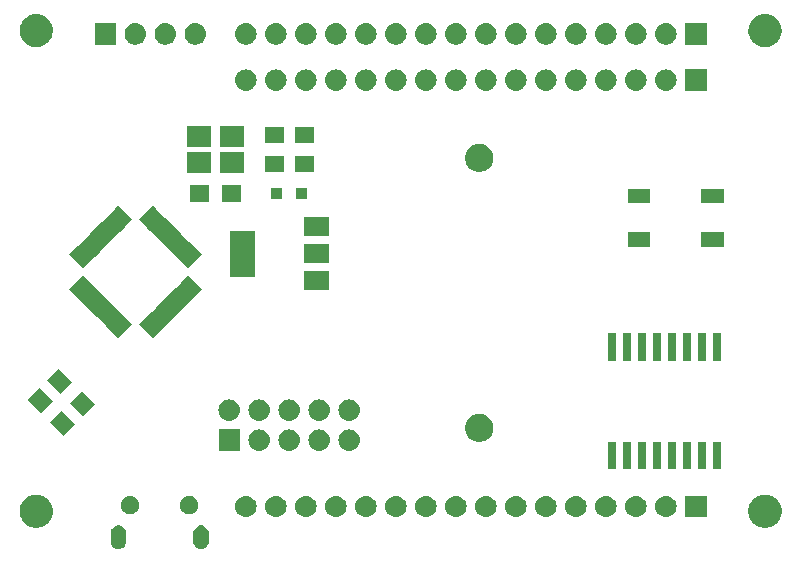
<source format=gbr>
G04 #@! TF.GenerationSoftware,KiCad,Pcbnew,5.1.4*
G04 #@! TF.CreationDate,2019-11-07T13:03:23-05:00*
G04 #@! TF.ProjectId,rustypill,72757374-7970-4696-9c6c-2e6b69636164,rev?*
G04 #@! TF.SameCoordinates,Original*
G04 #@! TF.FileFunction,Soldermask,Top*
G04 #@! TF.FilePolarity,Negative*
%FSLAX46Y46*%
G04 Gerber Fmt 4.6, Leading zero omitted, Abs format (unit mm)*
G04 Created by KiCad (PCBNEW 5.1.4) date 2019-11-07 13:03:23*
%MOMM*%
%LPD*%
G04 APERTURE LIST*
%ADD10C,0.100000*%
G04 APERTURE END LIST*
D10*
G36*
X78577618Y-137558420D02*
G01*
X78668404Y-137585960D01*
X78700336Y-137595646D01*
X78813425Y-137656094D01*
X78912554Y-137737446D01*
X78993906Y-137836575D01*
X79054354Y-137949664D01*
X79064040Y-137981596D01*
X79091580Y-138072382D01*
X79101000Y-138168027D01*
X79101000Y-138931973D01*
X79091580Y-139027618D01*
X79064040Y-139118404D01*
X79054354Y-139150336D01*
X78993906Y-139263425D01*
X78912554Y-139362553D01*
X78813424Y-139443906D01*
X78700335Y-139504354D01*
X78668403Y-139514040D01*
X78577617Y-139541580D01*
X78450000Y-139554149D01*
X78322382Y-139541580D01*
X78231596Y-139514040D01*
X78199664Y-139504354D01*
X78086575Y-139443906D01*
X77987447Y-139362554D01*
X77906094Y-139263424D01*
X77845646Y-139150335D01*
X77835960Y-139118403D01*
X77808420Y-139027617D01*
X77799000Y-138931972D01*
X77799000Y-138168027D01*
X77808420Y-138072382D01*
X77845645Y-137949668D01*
X77870608Y-137902966D01*
X77906095Y-137836575D01*
X77987447Y-137737446D01*
X78086576Y-137656094D01*
X78199665Y-137595646D01*
X78231597Y-137585960D01*
X78322383Y-137558420D01*
X78450000Y-137545851D01*
X78577618Y-137558420D01*
X78577618Y-137558420D01*
G37*
G36*
X85577617Y-137558420D02*
G01*
X85668403Y-137585960D01*
X85700335Y-137595646D01*
X85813424Y-137656094D01*
X85912554Y-137737447D01*
X85993906Y-137836575D01*
X86054354Y-137949664D01*
X86064040Y-137981596D01*
X86091580Y-138072382D01*
X86101000Y-138168027D01*
X86101000Y-138931973D01*
X86091580Y-139027618D01*
X86064040Y-139118404D01*
X86054354Y-139150336D01*
X85993906Y-139263425D01*
X85912554Y-139362554D01*
X85813425Y-139443906D01*
X85700336Y-139504354D01*
X85668404Y-139514040D01*
X85577618Y-139541580D01*
X85450000Y-139554149D01*
X85322383Y-139541580D01*
X85231597Y-139514040D01*
X85199665Y-139504354D01*
X85086576Y-139443906D01*
X84987447Y-139362554D01*
X84906095Y-139263425D01*
X84845648Y-139150337D01*
X84845645Y-139150332D01*
X84808420Y-139027618D01*
X84799000Y-138931973D01*
X84799000Y-138168028D01*
X84808420Y-138072383D01*
X84845645Y-137949669D01*
X84845646Y-137949665D01*
X84906094Y-137836576D01*
X84987447Y-137737446D01*
X85086575Y-137656094D01*
X85199664Y-137595646D01*
X85231596Y-137585960D01*
X85322382Y-137558420D01*
X85450000Y-137545851D01*
X85577617Y-137558420D01*
X85577617Y-137558420D01*
G37*
G36*
X71818433Y-134984893D02*
G01*
X71908657Y-135002839D01*
X72014267Y-135046585D01*
X72163621Y-135108449D01*
X72171267Y-135113558D01*
X72393086Y-135261772D01*
X72588228Y-135456914D01*
X72605272Y-135482423D01*
X72741551Y-135686379D01*
X72847161Y-135941344D01*
X72901000Y-136212012D01*
X72901000Y-136487988D01*
X72879479Y-136596180D01*
X72847161Y-136758657D01*
X72814311Y-136837963D01*
X72741551Y-137013621D01*
X72741550Y-137013622D01*
X72588228Y-137243086D01*
X72393086Y-137438228D01*
X72239763Y-137540675D01*
X72163621Y-137591551D01*
X72014267Y-137653415D01*
X71908657Y-137697161D01*
X71818433Y-137715107D01*
X71637988Y-137751000D01*
X71362012Y-137751000D01*
X71181567Y-137715107D01*
X71091343Y-137697161D01*
X70985733Y-137653415D01*
X70836379Y-137591551D01*
X70760237Y-137540675D01*
X70606914Y-137438228D01*
X70411772Y-137243086D01*
X70258450Y-137013622D01*
X70258449Y-137013621D01*
X70185689Y-136837963D01*
X70152839Y-136758657D01*
X70120521Y-136596180D01*
X70099000Y-136487988D01*
X70099000Y-136212012D01*
X70152839Y-135941344D01*
X70258449Y-135686379D01*
X70394728Y-135482423D01*
X70411772Y-135456914D01*
X70606914Y-135261772D01*
X70828733Y-135113558D01*
X70836379Y-135108449D01*
X70985733Y-135046585D01*
X71091343Y-135002839D01*
X71181567Y-134984893D01*
X71362012Y-134949000D01*
X71637988Y-134949000D01*
X71818433Y-134984893D01*
X71818433Y-134984893D01*
G37*
G36*
X133518433Y-134984893D02*
G01*
X133608657Y-135002839D01*
X133714267Y-135046585D01*
X133863621Y-135108449D01*
X133871267Y-135113558D01*
X134093086Y-135261772D01*
X134288228Y-135456914D01*
X134305272Y-135482423D01*
X134441551Y-135686379D01*
X134547161Y-135941344D01*
X134601000Y-136212012D01*
X134601000Y-136487988D01*
X134579479Y-136596180D01*
X134547161Y-136758657D01*
X134514311Y-136837963D01*
X134441551Y-137013621D01*
X134441550Y-137013622D01*
X134288228Y-137243086D01*
X134093086Y-137438228D01*
X133939763Y-137540675D01*
X133863621Y-137591551D01*
X133714267Y-137653415D01*
X133608657Y-137697161D01*
X133518433Y-137715107D01*
X133337988Y-137751000D01*
X133062012Y-137751000D01*
X132881567Y-137715107D01*
X132791343Y-137697161D01*
X132685733Y-137653415D01*
X132536379Y-137591551D01*
X132460237Y-137540675D01*
X132306914Y-137438228D01*
X132111772Y-137243086D01*
X131958450Y-137013622D01*
X131958449Y-137013621D01*
X131885689Y-136837963D01*
X131852839Y-136758657D01*
X131820521Y-136596180D01*
X131799000Y-136487988D01*
X131799000Y-136212012D01*
X131852839Y-135941344D01*
X131958449Y-135686379D01*
X132094728Y-135482423D01*
X132111772Y-135456914D01*
X132306914Y-135261772D01*
X132528733Y-135113558D01*
X132536379Y-135108449D01*
X132685733Y-135046585D01*
X132791343Y-135002839D01*
X132881567Y-134984893D01*
X133062012Y-134949000D01*
X133337988Y-134949000D01*
X133518433Y-134984893D01*
X133518433Y-134984893D01*
G37*
G36*
X112220442Y-135055518D02*
G01*
X112286627Y-135062037D01*
X112456466Y-135113557D01*
X112612991Y-135197222D01*
X112648729Y-135226552D01*
X112750186Y-135309814D01*
X112833448Y-135411271D01*
X112862778Y-135447009D01*
X112946443Y-135603534D01*
X112997963Y-135773373D01*
X113015359Y-135950000D01*
X112997963Y-136126627D01*
X112946443Y-136296466D01*
X112862778Y-136452991D01*
X112833448Y-136488729D01*
X112750186Y-136590186D01*
X112648729Y-136673448D01*
X112612991Y-136702778D01*
X112456466Y-136786443D01*
X112286627Y-136837963D01*
X112220443Y-136844481D01*
X112154260Y-136851000D01*
X112065740Y-136851000D01*
X111999557Y-136844481D01*
X111933373Y-136837963D01*
X111763534Y-136786443D01*
X111607009Y-136702778D01*
X111571271Y-136673448D01*
X111469814Y-136590186D01*
X111386552Y-136488729D01*
X111357222Y-136452991D01*
X111273557Y-136296466D01*
X111222037Y-136126627D01*
X111204641Y-135950000D01*
X111222037Y-135773373D01*
X111273557Y-135603534D01*
X111357222Y-135447009D01*
X111386552Y-135411271D01*
X111469814Y-135309814D01*
X111571271Y-135226552D01*
X111607009Y-135197222D01*
X111763534Y-135113557D01*
X111933373Y-135062037D01*
X111999558Y-135055518D01*
X112065740Y-135049000D01*
X112154260Y-135049000D01*
X112220442Y-135055518D01*
X112220442Y-135055518D01*
G37*
G36*
X89360442Y-135055518D02*
G01*
X89426627Y-135062037D01*
X89596466Y-135113557D01*
X89752991Y-135197222D01*
X89788729Y-135226552D01*
X89890186Y-135309814D01*
X89973448Y-135411271D01*
X90002778Y-135447009D01*
X90086443Y-135603534D01*
X90137963Y-135773373D01*
X90155359Y-135950000D01*
X90137963Y-136126627D01*
X90086443Y-136296466D01*
X90002778Y-136452991D01*
X89973448Y-136488729D01*
X89890186Y-136590186D01*
X89788729Y-136673448D01*
X89752991Y-136702778D01*
X89596466Y-136786443D01*
X89426627Y-136837963D01*
X89360443Y-136844481D01*
X89294260Y-136851000D01*
X89205740Y-136851000D01*
X89139557Y-136844481D01*
X89073373Y-136837963D01*
X88903534Y-136786443D01*
X88747009Y-136702778D01*
X88711271Y-136673448D01*
X88609814Y-136590186D01*
X88526552Y-136488729D01*
X88497222Y-136452991D01*
X88413557Y-136296466D01*
X88362037Y-136126627D01*
X88344641Y-135950000D01*
X88362037Y-135773373D01*
X88413557Y-135603534D01*
X88497222Y-135447009D01*
X88526552Y-135411271D01*
X88609814Y-135309814D01*
X88711271Y-135226552D01*
X88747009Y-135197222D01*
X88903534Y-135113557D01*
X89073373Y-135062037D01*
X89139558Y-135055518D01*
X89205740Y-135049000D01*
X89294260Y-135049000D01*
X89360442Y-135055518D01*
X89360442Y-135055518D01*
G37*
G36*
X94440442Y-135055518D02*
G01*
X94506627Y-135062037D01*
X94676466Y-135113557D01*
X94832991Y-135197222D01*
X94868729Y-135226552D01*
X94970186Y-135309814D01*
X95053448Y-135411271D01*
X95082778Y-135447009D01*
X95166443Y-135603534D01*
X95217963Y-135773373D01*
X95235359Y-135950000D01*
X95217963Y-136126627D01*
X95166443Y-136296466D01*
X95082778Y-136452991D01*
X95053448Y-136488729D01*
X94970186Y-136590186D01*
X94868729Y-136673448D01*
X94832991Y-136702778D01*
X94676466Y-136786443D01*
X94506627Y-136837963D01*
X94440443Y-136844481D01*
X94374260Y-136851000D01*
X94285740Y-136851000D01*
X94219557Y-136844481D01*
X94153373Y-136837963D01*
X93983534Y-136786443D01*
X93827009Y-136702778D01*
X93791271Y-136673448D01*
X93689814Y-136590186D01*
X93606552Y-136488729D01*
X93577222Y-136452991D01*
X93493557Y-136296466D01*
X93442037Y-136126627D01*
X93424641Y-135950000D01*
X93442037Y-135773373D01*
X93493557Y-135603534D01*
X93577222Y-135447009D01*
X93606552Y-135411271D01*
X93689814Y-135309814D01*
X93791271Y-135226552D01*
X93827009Y-135197222D01*
X93983534Y-135113557D01*
X94153373Y-135062037D01*
X94219558Y-135055518D01*
X94285740Y-135049000D01*
X94374260Y-135049000D01*
X94440442Y-135055518D01*
X94440442Y-135055518D01*
G37*
G36*
X91900442Y-135055518D02*
G01*
X91966627Y-135062037D01*
X92136466Y-135113557D01*
X92292991Y-135197222D01*
X92328729Y-135226552D01*
X92430186Y-135309814D01*
X92513448Y-135411271D01*
X92542778Y-135447009D01*
X92626443Y-135603534D01*
X92677963Y-135773373D01*
X92695359Y-135950000D01*
X92677963Y-136126627D01*
X92626443Y-136296466D01*
X92542778Y-136452991D01*
X92513448Y-136488729D01*
X92430186Y-136590186D01*
X92328729Y-136673448D01*
X92292991Y-136702778D01*
X92136466Y-136786443D01*
X91966627Y-136837963D01*
X91900443Y-136844481D01*
X91834260Y-136851000D01*
X91745740Y-136851000D01*
X91679557Y-136844481D01*
X91613373Y-136837963D01*
X91443534Y-136786443D01*
X91287009Y-136702778D01*
X91251271Y-136673448D01*
X91149814Y-136590186D01*
X91066552Y-136488729D01*
X91037222Y-136452991D01*
X90953557Y-136296466D01*
X90902037Y-136126627D01*
X90884641Y-135950000D01*
X90902037Y-135773373D01*
X90953557Y-135603534D01*
X91037222Y-135447009D01*
X91066552Y-135411271D01*
X91149814Y-135309814D01*
X91251271Y-135226552D01*
X91287009Y-135197222D01*
X91443534Y-135113557D01*
X91613373Y-135062037D01*
X91679558Y-135055518D01*
X91745740Y-135049000D01*
X91834260Y-135049000D01*
X91900442Y-135055518D01*
X91900442Y-135055518D01*
G37*
G36*
X128251000Y-136851000D02*
G01*
X126449000Y-136851000D01*
X126449000Y-135049000D01*
X128251000Y-135049000D01*
X128251000Y-136851000D01*
X128251000Y-136851000D01*
G37*
G36*
X124920442Y-135055518D02*
G01*
X124986627Y-135062037D01*
X125156466Y-135113557D01*
X125312991Y-135197222D01*
X125348729Y-135226552D01*
X125450186Y-135309814D01*
X125533448Y-135411271D01*
X125562778Y-135447009D01*
X125646443Y-135603534D01*
X125697963Y-135773373D01*
X125715359Y-135950000D01*
X125697963Y-136126627D01*
X125646443Y-136296466D01*
X125562778Y-136452991D01*
X125533448Y-136488729D01*
X125450186Y-136590186D01*
X125348729Y-136673448D01*
X125312991Y-136702778D01*
X125156466Y-136786443D01*
X124986627Y-136837963D01*
X124920443Y-136844481D01*
X124854260Y-136851000D01*
X124765740Y-136851000D01*
X124699557Y-136844481D01*
X124633373Y-136837963D01*
X124463534Y-136786443D01*
X124307009Y-136702778D01*
X124271271Y-136673448D01*
X124169814Y-136590186D01*
X124086552Y-136488729D01*
X124057222Y-136452991D01*
X123973557Y-136296466D01*
X123922037Y-136126627D01*
X123904641Y-135950000D01*
X123922037Y-135773373D01*
X123973557Y-135603534D01*
X124057222Y-135447009D01*
X124086552Y-135411271D01*
X124169814Y-135309814D01*
X124271271Y-135226552D01*
X124307009Y-135197222D01*
X124463534Y-135113557D01*
X124633373Y-135062037D01*
X124699558Y-135055518D01*
X124765740Y-135049000D01*
X124854260Y-135049000D01*
X124920442Y-135055518D01*
X124920442Y-135055518D01*
G37*
G36*
X122380442Y-135055518D02*
G01*
X122446627Y-135062037D01*
X122616466Y-135113557D01*
X122772991Y-135197222D01*
X122808729Y-135226552D01*
X122910186Y-135309814D01*
X122993448Y-135411271D01*
X123022778Y-135447009D01*
X123106443Y-135603534D01*
X123157963Y-135773373D01*
X123175359Y-135950000D01*
X123157963Y-136126627D01*
X123106443Y-136296466D01*
X123022778Y-136452991D01*
X122993448Y-136488729D01*
X122910186Y-136590186D01*
X122808729Y-136673448D01*
X122772991Y-136702778D01*
X122616466Y-136786443D01*
X122446627Y-136837963D01*
X122380443Y-136844481D01*
X122314260Y-136851000D01*
X122225740Y-136851000D01*
X122159557Y-136844481D01*
X122093373Y-136837963D01*
X121923534Y-136786443D01*
X121767009Y-136702778D01*
X121731271Y-136673448D01*
X121629814Y-136590186D01*
X121546552Y-136488729D01*
X121517222Y-136452991D01*
X121433557Y-136296466D01*
X121382037Y-136126627D01*
X121364641Y-135950000D01*
X121382037Y-135773373D01*
X121433557Y-135603534D01*
X121517222Y-135447009D01*
X121546552Y-135411271D01*
X121629814Y-135309814D01*
X121731271Y-135226552D01*
X121767009Y-135197222D01*
X121923534Y-135113557D01*
X122093373Y-135062037D01*
X122159558Y-135055518D01*
X122225740Y-135049000D01*
X122314260Y-135049000D01*
X122380442Y-135055518D01*
X122380442Y-135055518D01*
G37*
G36*
X117300442Y-135055518D02*
G01*
X117366627Y-135062037D01*
X117536466Y-135113557D01*
X117692991Y-135197222D01*
X117728729Y-135226552D01*
X117830186Y-135309814D01*
X117913448Y-135411271D01*
X117942778Y-135447009D01*
X118026443Y-135603534D01*
X118077963Y-135773373D01*
X118095359Y-135950000D01*
X118077963Y-136126627D01*
X118026443Y-136296466D01*
X117942778Y-136452991D01*
X117913448Y-136488729D01*
X117830186Y-136590186D01*
X117728729Y-136673448D01*
X117692991Y-136702778D01*
X117536466Y-136786443D01*
X117366627Y-136837963D01*
X117300443Y-136844481D01*
X117234260Y-136851000D01*
X117145740Y-136851000D01*
X117079557Y-136844481D01*
X117013373Y-136837963D01*
X116843534Y-136786443D01*
X116687009Y-136702778D01*
X116651271Y-136673448D01*
X116549814Y-136590186D01*
X116466552Y-136488729D01*
X116437222Y-136452991D01*
X116353557Y-136296466D01*
X116302037Y-136126627D01*
X116284641Y-135950000D01*
X116302037Y-135773373D01*
X116353557Y-135603534D01*
X116437222Y-135447009D01*
X116466552Y-135411271D01*
X116549814Y-135309814D01*
X116651271Y-135226552D01*
X116687009Y-135197222D01*
X116843534Y-135113557D01*
X117013373Y-135062037D01*
X117079558Y-135055518D01*
X117145740Y-135049000D01*
X117234260Y-135049000D01*
X117300442Y-135055518D01*
X117300442Y-135055518D01*
G37*
G36*
X114760442Y-135055518D02*
G01*
X114826627Y-135062037D01*
X114996466Y-135113557D01*
X115152991Y-135197222D01*
X115188729Y-135226552D01*
X115290186Y-135309814D01*
X115373448Y-135411271D01*
X115402778Y-135447009D01*
X115486443Y-135603534D01*
X115537963Y-135773373D01*
X115555359Y-135950000D01*
X115537963Y-136126627D01*
X115486443Y-136296466D01*
X115402778Y-136452991D01*
X115373448Y-136488729D01*
X115290186Y-136590186D01*
X115188729Y-136673448D01*
X115152991Y-136702778D01*
X114996466Y-136786443D01*
X114826627Y-136837963D01*
X114760443Y-136844481D01*
X114694260Y-136851000D01*
X114605740Y-136851000D01*
X114539557Y-136844481D01*
X114473373Y-136837963D01*
X114303534Y-136786443D01*
X114147009Y-136702778D01*
X114111271Y-136673448D01*
X114009814Y-136590186D01*
X113926552Y-136488729D01*
X113897222Y-136452991D01*
X113813557Y-136296466D01*
X113762037Y-136126627D01*
X113744641Y-135950000D01*
X113762037Y-135773373D01*
X113813557Y-135603534D01*
X113897222Y-135447009D01*
X113926552Y-135411271D01*
X114009814Y-135309814D01*
X114111271Y-135226552D01*
X114147009Y-135197222D01*
X114303534Y-135113557D01*
X114473373Y-135062037D01*
X114539558Y-135055518D01*
X114605740Y-135049000D01*
X114694260Y-135049000D01*
X114760442Y-135055518D01*
X114760442Y-135055518D01*
G37*
G36*
X109680442Y-135055518D02*
G01*
X109746627Y-135062037D01*
X109916466Y-135113557D01*
X110072991Y-135197222D01*
X110108729Y-135226552D01*
X110210186Y-135309814D01*
X110293448Y-135411271D01*
X110322778Y-135447009D01*
X110406443Y-135603534D01*
X110457963Y-135773373D01*
X110475359Y-135950000D01*
X110457963Y-136126627D01*
X110406443Y-136296466D01*
X110322778Y-136452991D01*
X110293448Y-136488729D01*
X110210186Y-136590186D01*
X110108729Y-136673448D01*
X110072991Y-136702778D01*
X109916466Y-136786443D01*
X109746627Y-136837963D01*
X109680443Y-136844481D01*
X109614260Y-136851000D01*
X109525740Y-136851000D01*
X109459557Y-136844481D01*
X109393373Y-136837963D01*
X109223534Y-136786443D01*
X109067009Y-136702778D01*
X109031271Y-136673448D01*
X108929814Y-136590186D01*
X108846552Y-136488729D01*
X108817222Y-136452991D01*
X108733557Y-136296466D01*
X108682037Y-136126627D01*
X108664641Y-135950000D01*
X108682037Y-135773373D01*
X108733557Y-135603534D01*
X108817222Y-135447009D01*
X108846552Y-135411271D01*
X108929814Y-135309814D01*
X109031271Y-135226552D01*
X109067009Y-135197222D01*
X109223534Y-135113557D01*
X109393373Y-135062037D01*
X109459558Y-135055518D01*
X109525740Y-135049000D01*
X109614260Y-135049000D01*
X109680442Y-135055518D01*
X109680442Y-135055518D01*
G37*
G36*
X107140442Y-135055518D02*
G01*
X107206627Y-135062037D01*
X107376466Y-135113557D01*
X107532991Y-135197222D01*
X107568729Y-135226552D01*
X107670186Y-135309814D01*
X107753448Y-135411271D01*
X107782778Y-135447009D01*
X107866443Y-135603534D01*
X107917963Y-135773373D01*
X107935359Y-135950000D01*
X107917963Y-136126627D01*
X107866443Y-136296466D01*
X107782778Y-136452991D01*
X107753448Y-136488729D01*
X107670186Y-136590186D01*
X107568729Y-136673448D01*
X107532991Y-136702778D01*
X107376466Y-136786443D01*
X107206627Y-136837963D01*
X107140443Y-136844481D01*
X107074260Y-136851000D01*
X106985740Y-136851000D01*
X106919557Y-136844481D01*
X106853373Y-136837963D01*
X106683534Y-136786443D01*
X106527009Y-136702778D01*
X106491271Y-136673448D01*
X106389814Y-136590186D01*
X106306552Y-136488729D01*
X106277222Y-136452991D01*
X106193557Y-136296466D01*
X106142037Y-136126627D01*
X106124641Y-135950000D01*
X106142037Y-135773373D01*
X106193557Y-135603534D01*
X106277222Y-135447009D01*
X106306552Y-135411271D01*
X106389814Y-135309814D01*
X106491271Y-135226552D01*
X106527009Y-135197222D01*
X106683534Y-135113557D01*
X106853373Y-135062037D01*
X106919558Y-135055518D01*
X106985740Y-135049000D01*
X107074260Y-135049000D01*
X107140442Y-135055518D01*
X107140442Y-135055518D01*
G37*
G36*
X104600442Y-135055518D02*
G01*
X104666627Y-135062037D01*
X104836466Y-135113557D01*
X104992991Y-135197222D01*
X105028729Y-135226552D01*
X105130186Y-135309814D01*
X105213448Y-135411271D01*
X105242778Y-135447009D01*
X105326443Y-135603534D01*
X105377963Y-135773373D01*
X105395359Y-135950000D01*
X105377963Y-136126627D01*
X105326443Y-136296466D01*
X105242778Y-136452991D01*
X105213448Y-136488729D01*
X105130186Y-136590186D01*
X105028729Y-136673448D01*
X104992991Y-136702778D01*
X104836466Y-136786443D01*
X104666627Y-136837963D01*
X104600443Y-136844481D01*
X104534260Y-136851000D01*
X104445740Y-136851000D01*
X104379557Y-136844481D01*
X104313373Y-136837963D01*
X104143534Y-136786443D01*
X103987009Y-136702778D01*
X103951271Y-136673448D01*
X103849814Y-136590186D01*
X103766552Y-136488729D01*
X103737222Y-136452991D01*
X103653557Y-136296466D01*
X103602037Y-136126627D01*
X103584641Y-135950000D01*
X103602037Y-135773373D01*
X103653557Y-135603534D01*
X103737222Y-135447009D01*
X103766552Y-135411271D01*
X103849814Y-135309814D01*
X103951271Y-135226552D01*
X103987009Y-135197222D01*
X104143534Y-135113557D01*
X104313373Y-135062037D01*
X104379558Y-135055518D01*
X104445740Y-135049000D01*
X104534260Y-135049000D01*
X104600442Y-135055518D01*
X104600442Y-135055518D01*
G37*
G36*
X102060442Y-135055518D02*
G01*
X102126627Y-135062037D01*
X102296466Y-135113557D01*
X102452991Y-135197222D01*
X102488729Y-135226552D01*
X102590186Y-135309814D01*
X102673448Y-135411271D01*
X102702778Y-135447009D01*
X102786443Y-135603534D01*
X102837963Y-135773373D01*
X102855359Y-135950000D01*
X102837963Y-136126627D01*
X102786443Y-136296466D01*
X102702778Y-136452991D01*
X102673448Y-136488729D01*
X102590186Y-136590186D01*
X102488729Y-136673448D01*
X102452991Y-136702778D01*
X102296466Y-136786443D01*
X102126627Y-136837963D01*
X102060443Y-136844481D01*
X101994260Y-136851000D01*
X101905740Y-136851000D01*
X101839557Y-136844481D01*
X101773373Y-136837963D01*
X101603534Y-136786443D01*
X101447009Y-136702778D01*
X101411271Y-136673448D01*
X101309814Y-136590186D01*
X101226552Y-136488729D01*
X101197222Y-136452991D01*
X101113557Y-136296466D01*
X101062037Y-136126627D01*
X101044641Y-135950000D01*
X101062037Y-135773373D01*
X101113557Y-135603534D01*
X101197222Y-135447009D01*
X101226552Y-135411271D01*
X101309814Y-135309814D01*
X101411271Y-135226552D01*
X101447009Y-135197222D01*
X101603534Y-135113557D01*
X101773373Y-135062037D01*
X101839558Y-135055518D01*
X101905740Y-135049000D01*
X101994260Y-135049000D01*
X102060442Y-135055518D01*
X102060442Y-135055518D01*
G37*
G36*
X99520442Y-135055518D02*
G01*
X99586627Y-135062037D01*
X99756466Y-135113557D01*
X99912991Y-135197222D01*
X99948729Y-135226552D01*
X100050186Y-135309814D01*
X100133448Y-135411271D01*
X100162778Y-135447009D01*
X100246443Y-135603534D01*
X100297963Y-135773373D01*
X100315359Y-135950000D01*
X100297963Y-136126627D01*
X100246443Y-136296466D01*
X100162778Y-136452991D01*
X100133448Y-136488729D01*
X100050186Y-136590186D01*
X99948729Y-136673448D01*
X99912991Y-136702778D01*
X99756466Y-136786443D01*
X99586627Y-136837963D01*
X99520443Y-136844481D01*
X99454260Y-136851000D01*
X99365740Y-136851000D01*
X99299557Y-136844481D01*
X99233373Y-136837963D01*
X99063534Y-136786443D01*
X98907009Y-136702778D01*
X98871271Y-136673448D01*
X98769814Y-136590186D01*
X98686552Y-136488729D01*
X98657222Y-136452991D01*
X98573557Y-136296466D01*
X98522037Y-136126627D01*
X98504641Y-135950000D01*
X98522037Y-135773373D01*
X98573557Y-135603534D01*
X98657222Y-135447009D01*
X98686552Y-135411271D01*
X98769814Y-135309814D01*
X98871271Y-135226552D01*
X98907009Y-135197222D01*
X99063534Y-135113557D01*
X99233373Y-135062037D01*
X99299558Y-135055518D01*
X99365740Y-135049000D01*
X99454260Y-135049000D01*
X99520442Y-135055518D01*
X99520442Y-135055518D01*
G37*
G36*
X119840442Y-135055518D02*
G01*
X119906627Y-135062037D01*
X120076466Y-135113557D01*
X120232991Y-135197222D01*
X120268729Y-135226552D01*
X120370186Y-135309814D01*
X120453448Y-135411271D01*
X120482778Y-135447009D01*
X120566443Y-135603534D01*
X120617963Y-135773373D01*
X120635359Y-135950000D01*
X120617963Y-136126627D01*
X120566443Y-136296466D01*
X120482778Y-136452991D01*
X120453448Y-136488729D01*
X120370186Y-136590186D01*
X120268729Y-136673448D01*
X120232991Y-136702778D01*
X120076466Y-136786443D01*
X119906627Y-136837963D01*
X119840443Y-136844481D01*
X119774260Y-136851000D01*
X119685740Y-136851000D01*
X119619557Y-136844481D01*
X119553373Y-136837963D01*
X119383534Y-136786443D01*
X119227009Y-136702778D01*
X119191271Y-136673448D01*
X119089814Y-136590186D01*
X119006552Y-136488729D01*
X118977222Y-136452991D01*
X118893557Y-136296466D01*
X118842037Y-136126627D01*
X118824641Y-135950000D01*
X118842037Y-135773373D01*
X118893557Y-135603534D01*
X118977222Y-135447009D01*
X119006552Y-135411271D01*
X119089814Y-135309814D01*
X119191271Y-135226552D01*
X119227009Y-135197222D01*
X119383534Y-135113557D01*
X119553373Y-135062037D01*
X119619558Y-135055518D01*
X119685740Y-135049000D01*
X119774260Y-135049000D01*
X119840442Y-135055518D01*
X119840442Y-135055518D01*
G37*
G36*
X96980442Y-135055518D02*
G01*
X97046627Y-135062037D01*
X97216466Y-135113557D01*
X97372991Y-135197222D01*
X97408729Y-135226552D01*
X97510186Y-135309814D01*
X97593448Y-135411271D01*
X97622778Y-135447009D01*
X97706443Y-135603534D01*
X97757963Y-135773373D01*
X97775359Y-135950000D01*
X97757963Y-136126627D01*
X97706443Y-136296466D01*
X97622778Y-136452991D01*
X97593448Y-136488729D01*
X97510186Y-136590186D01*
X97408729Y-136673448D01*
X97372991Y-136702778D01*
X97216466Y-136786443D01*
X97046627Y-136837963D01*
X96980443Y-136844481D01*
X96914260Y-136851000D01*
X96825740Y-136851000D01*
X96759557Y-136844481D01*
X96693373Y-136837963D01*
X96523534Y-136786443D01*
X96367009Y-136702778D01*
X96331271Y-136673448D01*
X96229814Y-136590186D01*
X96146552Y-136488729D01*
X96117222Y-136452991D01*
X96033557Y-136296466D01*
X95982037Y-136126627D01*
X95964641Y-135950000D01*
X95982037Y-135773373D01*
X96033557Y-135603534D01*
X96117222Y-135447009D01*
X96146552Y-135411271D01*
X96229814Y-135309814D01*
X96331271Y-135226552D01*
X96367009Y-135197222D01*
X96523534Y-135113557D01*
X96693373Y-135062037D01*
X96759558Y-135055518D01*
X96825740Y-135049000D01*
X96914260Y-135049000D01*
X96980442Y-135055518D01*
X96980442Y-135055518D01*
G37*
G36*
X84676348Y-135103820D02*
G01*
X84676350Y-135103821D01*
X84676351Y-135103821D01*
X84817574Y-135162317D01*
X84817577Y-135162319D01*
X84944669Y-135247239D01*
X85052761Y-135355331D01*
X85120636Y-135456914D01*
X85137683Y-135482426D01*
X85187846Y-135603532D01*
X85196180Y-135623652D01*
X85226000Y-135773569D01*
X85226000Y-135926431D01*
X85221312Y-135950000D01*
X85196179Y-136076351D01*
X85137683Y-136217574D01*
X85137681Y-136217577D01*
X85052761Y-136344669D01*
X84944669Y-136452761D01*
X84817577Y-136537681D01*
X84817574Y-136537683D01*
X84676351Y-136596179D01*
X84676350Y-136596179D01*
X84676348Y-136596180D01*
X84526431Y-136626000D01*
X84373569Y-136626000D01*
X84223652Y-136596180D01*
X84223650Y-136596179D01*
X84223649Y-136596179D01*
X84082426Y-136537683D01*
X84082423Y-136537681D01*
X83955331Y-136452761D01*
X83847239Y-136344669D01*
X83762319Y-136217577D01*
X83762317Y-136217574D01*
X83703821Y-136076351D01*
X83678689Y-135950000D01*
X83674000Y-135926431D01*
X83674000Y-135773569D01*
X83703820Y-135623652D01*
X83712154Y-135603532D01*
X83762317Y-135482426D01*
X83779364Y-135456914D01*
X83847239Y-135355331D01*
X83955331Y-135247239D01*
X84082423Y-135162319D01*
X84082426Y-135162317D01*
X84223649Y-135103821D01*
X84223650Y-135103821D01*
X84223652Y-135103820D01*
X84373569Y-135074000D01*
X84526431Y-135074000D01*
X84676348Y-135103820D01*
X84676348Y-135103820D01*
G37*
G36*
X79676348Y-135103820D02*
G01*
X79676350Y-135103821D01*
X79676351Y-135103821D01*
X79817574Y-135162317D01*
X79817577Y-135162319D01*
X79944669Y-135247239D01*
X80052761Y-135355331D01*
X80120636Y-135456914D01*
X80137683Y-135482426D01*
X80187846Y-135603532D01*
X80196180Y-135623652D01*
X80226000Y-135773569D01*
X80226000Y-135926431D01*
X80221312Y-135950000D01*
X80196179Y-136076351D01*
X80137683Y-136217574D01*
X80137681Y-136217577D01*
X80052761Y-136344669D01*
X79944669Y-136452761D01*
X79817577Y-136537681D01*
X79817574Y-136537683D01*
X79676351Y-136596179D01*
X79676350Y-136596179D01*
X79676348Y-136596180D01*
X79526431Y-136626000D01*
X79373569Y-136626000D01*
X79223652Y-136596180D01*
X79223650Y-136596179D01*
X79223649Y-136596179D01*
X79082426Y-136537683D01*
X79082423Y-136537681D01*
X78955331Y-136452761D01*
X78847239Y-136344669D01*
X78762319Y-136217577D01*
X78762317Y-136217574D01*
X78703821Y-136076351D01*
X78678689Y-135950000D01*
X78674000Y-135926431D01*
X78674000Y-135773569D01*
X78703820Y-135623652D01*
X78712154Y-135603532D01*
X78762317Y-135482426D01*
X78779364Y-135456914D01*
X78847239Y-135355331D01*
X78955331Y-135247239D01*
X79082423Y-135162319D01*
X79082426Y-135162317D01*
X79223649Y-135103821D01*
X79223650Y-135103821D01*
X79223652Y-135103820D01*
X79373569Y-135074000D01*
X79526431Y-135074000D01*
X79676348Y-135103820D01*
X79676348Y-135103820D01*
G37*
G36*
X124401000Y-132801000D02*
G01*
X123699000Y-132801000D01*
X123699000Y-130499000D01*
X124401000Y-130499000D01*
X124401000Y-132801000D01*
X124401000Y-132801000D01*
G37*
G36*
X121861000Y-132801000D02*
G01*
X121159000Y-132801000D01*
X121159000Y-130499000D01*
X121861000Y-130499000D01*
X121861000Y-132801000D01*
X121861000Y-132801000D01*
G37*
G36*
X120591000Y-132801000D02*
G01*
X119889000Y-132801000D01*
X119889000Y-130499000D01*
X120591000Y-130499000D01*
X120591000Y-132801000D01*
X120591000Y-132801000D01*
G37*
G36*
X123131000Y-132801000D02*
G01*
X122429000Y-132801000D01*
X122429000Y-130499000D01*
X123131000Y-130499000D01*
X123131000Y-132801000D01*
X123131000Y-132801000D01*
G37*
G36*
X126941000Y-132801000D02*
G01*
X126239000Y-132801000D01*
X126239000Y-130499000D01*
X126941000Y-130499000D01*
X126941000Y-132801000D01*
X126941000Y-132801000D01*
G37*
G36*
X125671000Y-132801000D02*
G01*
X124969000Y-132801000D01*
X124969000Y-130499000D01*
X125671000Y-130499000D01*
X125671000Y-132801000D01*
X125671000Y-132801000D01*
G37*
G36*
X128211000Y-132801000D02*
G01*
X127509000Y-132801000D01*
X127509000Y-130499000D01*
X128211000Y-130499000D01*
X128211000Y-132801000D01*
X128211000Y-132801000D01*
G37*
G36*
X129481000Y-132801000D02*
G01*
X128779000Y-132801000D01*
X128779000Y-130499000D01*
X129481000Y-130499000D01*
X129481000Y-132801000D01*
X129481000Y-132801000D01*
G37*
G36*
X98189294Y-129448633D02*
G01*
X98361695Y-129500931D01*
X98520583Y-129585858D01*
X98659849Y-129700151D01*
X98774142Y-129839417D01*
X98859069Y-129998305D01*
X98911367Y-130170706D01*
X98929025Y-130350000D01*
X98911367Y-130529294D01*
X98859069Y-130701695D01*
X98774142Y-130860583D01*
X98659849Y-130999849D01*
X98520583Y-131114142D01*
X98361695Y-131199069D01*
X98189294Y-131251367D01*
X98054931Y-131264600D01*
X97965069Y-131264600D01*
X97830706Y-131251367D01*
X97658305Y-131199069D01*
X97499417Y-131114142D01*
X97360151Y-130999849D01*
X97245858Y-130860583D01*
X97160931Y-130701695D01*
X97108633Y-130529294D01*
X97090975Y-130350000D01*
X97108633Y-130170706D01*
X97160931Y-129998305D01*
X97245858Y-129839417D01*
X97360151Y-129700151D01*
X97499417Y-129585858D01*
X97658305Y-129500931D01*
X97830706Y-129448633D01*
X97965069Y-129435400D01*
X98054931Y-129435400D01*
X98189294Y-129448633D01*
X98189294Y-129448633D01*
G37*
G36*
X95649294Y-129448633D02*
G01*
X95821695Y-129500931D01*
X95980583Y-129585858D01*
X96119849Y-129700151D01*
X96234142Y-129839417D01*
X96319069Y-129998305D01*
X96371367Y-130170706D01*
X96389025Y-130350000D01*
X96371367Y-130529294D01*
X96319069Y-130701695D01*
X96234142Y-130860583D01*
X96119849Y-130999849D01*
X95980583Y-131114142D01*
X95821695Y-131199069D01*
X95649294Y-131251367D01*
X95514931Y-131264600D01*
X95425069Y-131264600D01*
X95290706Y-131251367D01*
X95118305Y-131199069D01*
X94959417Y-131114142D01*
X94820151Y-130999849D01*
X94705858Y-130860583D01*
X94620931Y-130701695D01*
X94568633Y-130529294D01*
X94550975Y-130350000D01*
X94568633Y-130170706D01*
X94620931Y-129998305D01*
X94705858Y-129839417D01*
X94820151Y-129700151D01*
X94959417Y-129585858D01*
X95118305Y-129500931D01*
X95290706Y-129448633D01*
X95425069Y-129435400D01*
X95514931Y-129435400D01*
X95649294Y-129448633D01*
X95649294Y-129448633D01*
G37*
G36*
X93109294Y-129448633D02*
G01*
X93281695Y-129500931D01*
X93440583Y-129585858D01*
X93579849Y-129700151D01*
X93694142Y-129839417D01*
X93779069Y-129998305D01*
X93831367Y-130170706D01*
X93849025Y-130350000D01*
X93831367Y-130529294D01*
X93779069Y-130701695D01*
X93694142Y-130860583D01*
X93579849Y-130999849D01*
X93440583Y-131114142D01*
X93281695Y-131199069D01*
X93109294Y-131251367D01*
X92974931Y-131264600D01*
X92885069Y-131264600D01*
X92750706Y-131251367D01*
X92578305Y-131199069D01*
X92419417Y-131114142D01*
X92280151Y-130999849D01*
X92165858Y-130860583D01*
X92080931Y-130701695D01*
X92028633Y-130529294D01*
X92010975Y-130350000D01*
X92028633Y-130170706D01*
X92080931Y-129998305D01*
X92165858Y-129839417D01*
X92280151Y-129700151D01*
X92419417Y-129585858D01*
X92578305Y-129500931D01*
X92750706Y-129448633D01*
X92885069Y-129435400D01*
X92974931Y-129435400D01*
X93109294Y-129448633D01*
X93109294Y-129448633D01*
G37*
G36*
X90569294Y-129448633D02*
G01*
X90741695Y-129500931D01*
X90900583Y-129585858D01*
X91039849Y-129700151D01*
X91154142Y-129839417D01*
X91239069Y-129998305D01*
X91291367Y-130170706D01*
X91309025Y-130350000D01*
X91291367Y-130529294D01*
X91239069Y-130701695D01*
X91154142Y-130860583D01*
X91039849Y-130999849D01*
X90900583Y-131114142D01*
X90741695Y-131199069D01*
X90569294Y-131251367D01*
X90434931Y-131264600D01*
X90345069Y-131264600D01*
X90210706Y-131251367D01*
X90038305Y-131199069D01*
X89879417Y-131114142D01*
X89740151Y-130999849D01*
X89625858Y-130860583D01*
X89540931Y-130701695D01*
X89488633Y-130529294D01*
X89470975Y-130350000D01*
X89488633Y-130170706D01*
X89540931Y-129998305D01*
X89625858Y-129839417D01*
X89740151Y-129700151D01*
X89879417Y-129585858D01*
X90038305Y-129500931D01*
X90210706Y-129448633D01*
X90345069Y-129435400D01*
X90434931Y-129435400D01*
X90569294Y-129448633D01*
X90569294Y-129448633D01*
G37*
G36*
X88764600Y-131264600D02*
G01*
X86935400Y-131264600D01*
X86935400Y-129435400D01*
X88764600Y-129435400D01*
X88764600Y-131264600D01*
X88764600Y-131264600D01*
G37*
G36*
X109348859Y-128149961D02*
G01*
X109476361Y-128202774D01*
X109566518Y-128240118D01*
X109762406Y-128371006D01*
X109928994Y-128537594D01*
X110059882Y-128733482D01*
X110059882Y-128733483D01*
X110150039Y-128951141D01*
X110196000Y-129182203D01*
X110196000Y-129417797D01*
X110150039Y-129648859D01*
X110128793Y-129700151D01*
X110059882Y-129866518D01*
X109928994Y-130062406D01*
X109762406Y-130228994D01*
X109566518Y-130359882D01*
X109476361Y-130397226D01*
X109348859Y-130450039D01*
X109117797Y-130496000D01*
X108882203Y-130496000D01*
X108651141Y-130450039D01*
X108523639Y-130397226D01*
X108433482Y-130359882D01*
X108237594Y-130228994D01*
X108071006Y-130062406D01*
X107940118Y-129866518D01*
X107871207Y-129700151D01*
X107849961Y-129648859D01*
X107804000Y-129417797D01*
X107804000Y-129182203D01*
X107849961Y-128951141D01*
X107940118Y-128733483D01*
X107940118Y-128733482D01*
X108071006Y-128537594D01*
X108237594Y-128371006D01*
X108433482Y-128240118D01*
X108523639Y-128202774D01*
X108651141Y-128149961D01*
X108882203Y-128104000D01*
X109117797Y-128104000D01*
X109348859Y-128149961D01*
X109348859Y-128149961D01*
G37*
G36*
X74816668Y-128975305D02*
G01*
X73825305Y-129966668D01*
X72692520Y-128833883D01*
X73683883Y-127842520D01*
X74816668Y-128975305D01*
X74816668Y-128975305D01*
G37*
G36*
X98189294Y-126908633D02*
G01*
X98361695Y-126960931D01*
X98520583Y-127045858D01*
X98659849Y-127160151D01*
X98774142Y-127299417D01*
X98859069Y-127458305D01*
X98911367Y-127630706D01*
X98929025Y-127810000D01*
X98911367Y-127989294D01*
X98859069Y-128161695D01*
X98774142Y-128320583D01*
X98659849Y-128459849D01*
X98520583Y-128574142D01*
X98361695Y-128659069D01*
X98189294Y-128711367D01*
X98054931Y-128724600D01*
X97965069Y-128724600D01*
X97830706Y-128711367D01*
X97658305Y-128659069D01*
X97499417Y-128574142D01*
X97360151Y-128459849D01*
X97245858Y-128320583D01*
X97160931Y-128161695D01*
X97108633Y-127989294D01*
X97090975Y-127810000D01*
X97108633Y-127630706D01*
X97160931Y-127458305D01*
X97245858Y-127299417D01*
X97360151Y-127160151D01*
X97499417Y-127045858D01*
X97658305Y-126960931D01*
X97830706Y-126908633D01*
X97965069Y-126895400D01*
X98054931Y-126895400D01*
X98189294Y-126908633D01*
X98189294Y-126908633D01*
G37*
G36*
X93109294Y-126908633D02*
G01*
X93281695Y-126960931D01*
X93440583Y-127045858D01*
X93579849Y-127160151D01*
X93694142Y-127299417D01*
X93779069Y-127458305D01*
X93831367Y-127630706D01*
X93849025Y-127810000D01*
X93831367Y-127989294D01*
X93779069Y-128161695D01*
X93694142Y-128320583D01*
X93579849Y-128459849D01*
X93440583Y-128574142D01*
X93281695Y-128659069D01*
X93109294Y-128711367D01*
X92974931Y-128724600D01*
X92885069Y-128724600D01*
X92750706Y-128711367D01*
X92578305Y-128659069D01*
X92419417Y-128574142D01*
X92280151Y-128459849D01*
X92165858Y-128320583D01*
X92080931Y-128161695D01*
X92028633Y-127989294D01*
X92010975Y-127810000D01*
X92028633Y-127630706D01*
X92080931Y-127458305D01*
X92165858Y-127299417D01*
X92280151Y-127160151D01*
X92419417Y-127045858D01*
X92578305Y-126960931D01*
X92750706Y-126908633D01*
X92885069Y-126895400D01*
X92974931Y-126895400D01*
X93109294Y-126908633D01*
X93109294Y-126908633D01*
G37*
G36*
X90569294Y-126908633D02*
G01*
X90741695Y-126960931D01*
X90900583Y-127045858D01*
X91039849Y-127160151D01*
X91154142Y-127299417D01*
X91239069Y-127458305D01*
X91291367Y-127630706D01*
X91309025Y-127810000D01*
X91291367Y-127989294D01*
X91239069Y-128161695D01*
X91154142Y-128320583D01*
X91039849Y-128459849D01*
X90900583Y-128574142D01*
X90741695Y-128659069D01*
X90569294Y-128711367D01*
X90434931Y-128724600D01*
X90345069Y-128724600D01*
X90210706Y-128711367D01*
X90038305Y-128659069D01*
X89879417Y-128574142D01*
X89740151Y-128459849D01*
X89625858Y-128320583D01*
X89540931Y-128161695D01*
X89488633Y-127989294D01*
X89470975Y-127810000D01*
X89488633Y-127630706D01*
X89540931Y-127458305D01*
X89625858Y-127299417D01*
X89740151Y-127160151D01*
X89879417Y-127045858D01*
X90038305Y-126960931D01*
X90210706Y-126908633D01*
X90345069Y-126895400D01*
X90434931Y-126895400D01*
X90569294Y-126908633D01*
X90569294Y-126908633D01*
G37*
G36*
X88029294Y-126908633D02*
G01*
X88201695Y-126960931D01*
X88360583Y-127045858D01*
X88499849Y-127160151D01*
X88614142Y-127299417D01*
X88699069Y-127458305D01*
X88751367Y-127630706D01*
X88769025Y-127810000D01*
X88751367Y-127989294D01*
X88699069Y-128161695D01*
X88614142Y-128320583D01*
X88499849Y-128459849D01*
X88360583Y-128574142D01*
X88201695Y-128659069D01*
X88029294Y-128711367D01*
X87894931Y-128724600D01*
X87805069Y-128724600D01*
X87670706Y-128711367D01*
X87498305Y-128659069D01*
X87339417Y-128574142D01*
X87200151Y-128459849D01*
X87085858Y-128320583D01*
X87000931Y-128161695D01*
X86948633Y-127989294D01*
X86930975Y-127810000D01*
X86948633Y-127630706D01*
X87000931Y-127458305D01*
X87085858Y-127299417D01*
X87200151Y-127160151D01*
X87339417Y-127045858D01*
X87498305Y-126960931D01*
X87670706Y-126908633D01*
X87805069Y-126895400D01*
X87894931Y-126895400D01*
X88029294Y-126908633D01*
X88029294Y-126908633D01*
G37*
G36*
X95649294Y-126908633D02*
G01*
X95821695Y-126960931D01*
X95980583Y-127045858D01*
X96119849Y-127160151D01*
X96234142Y-127299417D01*
X96319069Y-127458305D01*
X96371367Y-127630706D01*
X96389025Y-127810000D01*
X96371367Y-127989294D01*
X96319069Y-128161695D01*
X96234142Y-128320583D01*
X96119849Y-128459849D01*
X95980583Y-128574142D01*
X95821695Y-128659069D01*
X95649294Y-128711367D01*
X95514931Y-128724600D01*
X95425069Y-128724600D01*
X95290706Y-128711367D01*
X95118305Y-128659069D01*
X94959417Y-128574142D01*
X94820151Y-128459849D01*
X94705858Y-128320583D01*
X94620931Y-128161695D01*
X94568633Y-127989294D01*
X94550975Y-127810000D01*
X94568633Y-127630706D01*
X94620931Y-127458305D01*
X94705858Y-127299417D01*
X94820151Y-127160151D01*
X94959417Y-127045858D01*
X95118305Y-126960931D01*
X95290706Y-126908633D01*
X95425069Y-126895400D01*
X95514931Y-126895400D01*
X95649294Y-126908633D01*
X95649294Y-126908633D01*
G37*
G36*
X76466668Y-127325305D02*
G01*
X75475305Y-128316668D01*
X74342520Y-127183883D01*
X75333883Y-126192520D01*
X76466668Y-127325305D01*
X76466668Y-127325305D01*
G37*
G36*
X72907480Y-127066117D02*
G01*
X71916117Y-128057480D01*
X70783332Y-126924695D01*
X71774695Y-125933332D01*
X72907480Y-127066117D01*
X72907480Y-127066117D01*
G37*
G36*
X74557480Y-125416117D02*
G01*
X73566117Y-126407480D01*
X72433332Y-125274695D01*
X73424695Y-124283332D01*
X74557480Y-125416117D01*
X74557480Y-125416117D01*
G37*
G36*
X129481000Y-123601000D02*
G01*
X128779000Y-123601000D01*
X128779000Y-121299000D01*
X129481000Y-121299000D01*
X129481000Y-123601000D01*
X129481000Y-123601000D01*
G37*
G36*
X120591000Y-123601000D02*
G01*
X119889000Y-123601000D01*
X119889000Y-121299000D01*
X120591000Y-121299000D01*
X120591000Y-123601000D01*
X120591000Y-123601000D01*
G37*
G36*
X124401000Y-123601000D02*
G01*
X123699000Y-123601000D01*
X123699000Y-121299000D01*
X124401000Y-121299000D01*
X124401000Y-123601000D01*
X124401000Y-123601000D01*
G37*
G36*
X126941000Y-123601000D02*
G01*
X126239000Y-123601000D01*
X126239000Y-121299000D01*
X126941000Y-121299000D01*
X126941000Y-123601000D01*
X126941000Y-123601000D01*
G37*
G36*
X125671000Y-123601000D02*
G01*
X124969000Y-123601000D01*
X124969000Y-121299000D01*
X125671000Y-121299000D01*
X125671000Y-123601000D01*
X125671000Y-123601000D01*
G37*
G36*
X121861000Y-123601000D02*
G01*
X121159000Y-123601000D01*
X121159000Y-121299000D01*
X121861000Y-121299000D01*
X121861000Y-123601000D01*
X121861000Y-123601000D01*
G37*
G36*
X128211000Y-123601000D02*
G01*
X127509000Y-123601000D01*
X127509000Y-121299000D01*
X128211000Y-121299000D01*
X128211000Y-123601000D01*
X128211000Y-123601000D01*
G37*
G36*
X123131000Y-123601000D02*
G01*
X122429000Y-123601000D01*
X122429000Y-121299000D01*
X123131000Y-121299000D01*
X123131000Y-123601000D01*
X123131000Y-123601000D01*
G37*
G36*
X85530913Y-117547711D02*
G01*
X84907245Y-118171379D01*
X84823806Y-118254817D01*
X84553691Y-118524932D01*
X84470253Y-118608371D01*
X84200138Y-118878486D01*
X84116699Y-118961924D01*
X83846584Y-119232039D01*
X83763146Y-119315478D01*
X83139478Y-119939146D01*
X83056039Y-120022584D01*
X82785924Y-120292699D01*
X82702486Y-120376138D01*
X82432371Y-120646253D01*
X82348932Y-120729691D01*
X82078817Y-120999806D01*
X81995379Y-121083245D01*
X81371711Y-121706913D01*
X80196500Y-120531702D01*
X80466615Y-120261587D01*
X80466616Y-120261588D01*
X80550054Y-120178150D01*
X80550053Y-120178149D01*
X80820168Y-119908034D01*
X80903607Y-119824596D01*
X80903606Y-119824595D01*
X81173721Y-119554480D01*
X81173722Y-119554481D01*
X81262099Y-119466103D01*
X81527275Y-119200927D01*
X81610714Y-119117489D01*
X81610713Y-119117488D01*
X81880828Y-118847373D01*
X81880829Y-118847374D01*
X81969206Y-118758996D01*
X82234382Y-118493820D01*
X82234383Y-118493821D01*
X82317821Y-118410383D01*
X82317820Y-118410382D01*
X82587935Y-118140267D01*
X82671374Y-118056829D01*
X82671373Y-118056828D01*
X82941488Y-117786713D01*
X82941489Y-117786714D01*
X83029866Y-117698336D01*
X83295042Y-117433160D01*
X83378481Y-117349722D01*
X83378480Y-117349721D01*
X83648595Y-117079606D01*
X83648596Y-117079607D01*
X83736973Y-116991229D01*
X84002149Y-116726053D01*
X84002150Y-116726054D01*
X84085588Y-116642616D01*
X84085587Y-116642615D01*
X84355702Y-116372500D01*
X85530913Y-117547711D01*
X85530913Y-117547711D01*
G37*
G36*
X75730413Y-116642615D02*
G01*
X75730413Y-116642616D01*
X75813851Y-116726054D01*
X75813851Y-116726053D01*
X76167405Y-117079607D01*
X76167405Y-117079606D01*
X76437520Y-117349721D01*
X76437520Y-117349722D01*
X76874512Y-117786714D01*
X76874512Y-117786713D01*
X77144627Y-118056828D01*
X77144627Y-118056829D01*
X77498180Y-118410382D01*
X77498180Y-118410383D01*
X77581618Y-118493821D01*
X77581618Y-118493820D01*
X77935172Y-118847374D01*
X77935172Y-118847373D01*
X78205287Y-119117488D01*
X78205287Y-119117489D01*
X78642279Y-119554481D01*
X78642279Y-119554480D01*
X78912394Y-119824595D01*
X78912394Y-119824596D01*
X79265947Y-120178149D01*
X79265947Y-120178150D01*
X79349385Y-120261588D01*
X79349385Y-120261587D01*
X79619500Y-120531702D01*
X78444289Y-121706913D01*
X78174174Y-121436798D01*
X78174175Y-121436798D01*
X78090737Y-121353360D01*
X78090736Y-121353360D01*
X77820621Y-121083245D01*
X77820622Y-121083245D01*
X77383630Y-120646253D01*
X77383629Y-120646253D01*
X77113514Y-120376138D01*
X77113515Y-120376138D01*
X76676523Y-119939146D01*
X76676522Y-119939146D01*
X76406407Y-119669031D01*
X76406408Y-119669031D01*
X76322970Y-119585593D01*
X76322969Y-119585593D01*
X76052854Y-119315478D01*
X76052855Y-119315478D01*
X75615863Y-118878486D01*
X75615862Y-118878486D01*
X75345747Y-118608371D01*
X75345748Y-118608371D01*
X74908756Y-118171379D01*
X74908755Y-118171379D01*
X74638640Y-117901264D01*
X74638641Y-117901264D01*
X74555203Y-117817826D01*
X74555202Y-117817826D01*
X74285087Y-117547711D01*
X75460298Y-116372500D01*
X75730413Y-116642615D01*
X75730413Y-116642615D01*
G37*
G36*
X96301000Y-117651000D02*
G01*
X94199000Y-117651000D01*
X94199000Y-116049000D01*
X96301000Y-116049000D01*
X96301000Y-117651000D01*
X96301000Y-117651000D01*
G37*
G36*
X90001000Y-116501000D02*
G01*
X87899000Y-116501000D01*
X87899000Y-112599000D01*
X90001000Y-112599000D01*
X90001000Y-116501000D01*
X90001000Y-116501000D01*
G37*
G36*
X79619500Y-111636298D02*
G01*
X78995832Y-112259966D01*
X78912394Y-112343405D01*
X78642279Y-112613520D01*
X78558840Y-112696958D01*
X78288725Y-112967073D01*
X78205287Y-113050512D01*
X77935172Y-113320627D01*
X77851733Y-113404065D01*
X77228065Y-114027733D01*
X77144627Y-114111172D01*
X76874512Y-114381287D01*
X76791073Y-114464725D01*
X76520958Y-114734840D01*
X76437520Y-114818279D01*
X76167405Y-115088394D01*
X76083966Y-115171832D01*
X75460298Y-115795500D01*
X74285087Y-114620289D01*
X74555202Y-114350174D01*
X74555203Y-114350175D01*
X74638641Y-114266737D01*
X74638640Y-114266736D01*
X74908755Y-113996621D01*
X74908756Y-113996622D01*
X74997133Y-113908244D01*
X75262309Y-113643068D01*
X75345748Y-113559630D01*
X75345747Y-113559629D01*
X75615862Y-113289514D01*
X75615863Y-113289515D01*
X75704240Y-113201137D01*
X75969416Y-112935961D01*
X76052855Y-112852523D01*
X76052854Y-112852522D01*
X76322969Y-112582407D01*
X76322970Y-112582408D01*
X76406408Y-112498970D01*
X76406407Y-112498969D01*
X76676522Y-112228854D01*
X76676523Y-112228855D01*
X76764900Y-112140477D01*
X77030076Y-111875301D01*
X77113515Y-111791863D01*
X77113514Y-111791862D01*
X77383629Y-111521747D01*
X77383630Y-111521748D01*
X77472007Y-111433370D01*
X77737183Y-111168194D01*
X77820622Y-111084756D01*
X77820621Y-111084755D01*
X78090736Y-110814640D01*
X78090737Y-110814641D01*
X78174175Y-110731203D01*
X78174174Y-110731202D01*
X78444289Y-110461087D01*
X79619500Y-111636298D01*
X79619500Y-111636298D01*
G37*
G36*
X81641826Y-110731202D02*
G01*
X81641826Y-110731203D01*
X81725264Y-110814641D01*
X81725264Y-110814640D01*
X81995379Y-111084755D01*
X81995379Y-111084756D01*
X82432371Y-111521748D01*
X82432371Y-111521747D01*
X82702486Y-111791862D01*
X82702486Y-111791863D01*
X83139478Y-112228855D01*
X83139478Y-112228854D01*
X83409593Y-112498969D01*
X83409593Y-112498970D01*
X83493031Y-112582408D01*
X83493031Y-112582407D01*
X83763146Y-112852522D01*
X83763146Y-112852523D01*
X84200138Y-113289515D01*
X84200138Y-113289514D01*
X84470253Y-113559629D01*
X84470253Y-113559630D01*
X84907245Y-113996622D01*
X84907245Y-113996621D01*
X85177360Y-114266736D01*
X85177360Y-114266737D01*
X85260798Y-114350175D01*
X85260798Y-114350174D01*
X85530913Y-114620289D01*
X84355702Y-115795500D01*
X84085587Y-115525385D01*
X84085588Y-115525385D01*
X84002150Y-115441947D01*
X84002149Y-115441947D01*
X83648596Y-115088394D01*
X83648595Y-115088394D01*
X83378480Y-114818279D01*
X83378481Y-114818279D01*
X82941489Y-114381287D01*
X82941488Y-114381287D01*
X82671373Y-114111172D01*
X82671374Y-114111172D01*
X82317820Y-113757618D01*
X82317821Y-113757618D01*
X82234383Y-113674180D01*
X82234382Y-113674180D01*
X81880829Y-113320627D01*
X81880828Y-113320627D01*
X81610713Y-113050512D01*
X81610714Y-113050512D01*
X81173722Y-112613520D01*
X81173721Y-112613520D01*
X80903606Y-112343405D01*
X80903607Y-112343405D01*
X80550053Y-111989851D01*
X80550054Y-111989851D01*
X80466616Y-111906413D01*
X80466615Y-111906413D01*
X80196500Y-111636298D01*
X81371711Y-110461087D01*
X81641826Y-110731202D01*
X81641826Y-110731202D01*
G37*
G36*
X96301000Y-115351000D02*
G01*
X94199000Y-115351000D01*
X94199000Y-113749000D01*
X96301000Y-113749000D01*
X96301000Y-115351000D01*
X96301000Y-115351000D01*
G37*
G36*
X123501000Y-113951000D02*
G01*
X121599000Y-113951000D01*
X121599000Y-112749000D01*
X123501000Y-112749000D01*
X123501000Y-113951000D01*
X123501000Y-113951000D01*
G37*
G36*
X129701000Y-113951000D02*
G01*
X127799000Y-113951000D01*
X127799000Y-112749000D01*
X129701000Y-112749000D01*
X129701000Y-113951000D01*
X129701000Y-113951000D01*
G37*
G36*
X96301000Y-113051000D02*
G01*
X94199000Y-113051000D01*
X94199000Y-111449000D01*
X96301000Y-111449000D01*
X96301000Y-113051000D01*
X96301000Y-113051000D01*
G37*
G36*
X129701000Y-110251000D02*
G01*
X127799000Y-110251000D01*
X127799000Y-109049000D01*
X129701000Y-109049000D01*
X129701000Y-110251000D01*
X129701000Y-110251000D01*
G37*
G36*
X123501000Y-110251000D02*
G01*
X121599000Y-110251000D01*
X121599000Y-109049000D01*
X123501000Y-109049000D01*
X123501000Y-110251000D01*
X123501000Y-110251000D01*
G37*
G36*
X86101000Y-110151000D02*
G01*
X84499000Y-110151000D01*
X84499000Y-108749000D01*
X86101000Y-108749000D01*
X86101000Y-110151000D01*
X86101000Y-110151000D01*
G37*
G36*
X88801000Y-110151000D02*
G01*
X87199000Y-110151000D01*
X87199000Y-108749000D01*
X88801000Y-108749000D01*
X88801000Y-110151000D01*
X88801000Y-110151000D01*
G37*
G36*
X92301000Y-109951000D02*
G01*
X91399000Y-109951000D01*
X91399000Y-108949000D01*
X92301000Y-108949000D01*
X92301000Y-109951000D01*
X92301000Y-109951000D01*
G37*
G36*
X94401000Y-109951000D02*
G01*
X93499000Y-109951000D01*
X93499000Y-108949000D01*
X94401000Y-108949000D01*
X94401000Y-109951000D01*
X94401000Y-109951000D01*
G37*
G36*
X89076000Y-107730000D02*
G01*
X87024000Y-107730000D01*
X87024000Y-105978000D01*
X89076000Y-105978000D01*
X89076000Y-107730000D01*
X89076000Y-107730000D01*
G37*
G36*
X86326000Y-107730000D02*
G01*
X84274000Y-107730000D01*
X84274000Y-105978000D01*
X86326000Y-105978000D01*
X86326000Y-107730000D01*
X86326000Y-107730000D01*
G37*
G36*
X109348859Y-105289961D02*
G01*
X109476361Y-105342774D01*
X109566518Y-105380118D01*
X109762406Y-105511006D01*
X109928994Y-105677594D01*
X110059882Y-105873482D01*
X110059882Y-105873483D01*
X110150039Y-106091141D01*
X110196000Y-106322203D01*
X110196000Y-106557797D01*
X110150039Y-106788859D01*
X110097226Y-106916361D01*
X110059882Y-107006518D01*
X109928994Y-107202406D01*
X109762406Y-107368994D01*
X109566518Y-107499882D01*
X109476361Y-107537226D01*
X109348859Y-107590039D01*
X109117797Y-107636000D01*
X108882203Y-107636000D01*
X108651141Y-107590039D01*
X108523639Y-107537226D01*
X108433482Y-107499882D01*
X108237594Y-107368994D01*
X108071006Y-107202406D01*
X107940118Y-107006518D01*
X107902774Y-106916361D01*
X107849961Y-106788859D01*
X107804000Y-106557797D01*
X107804000Y-106322203D01*
X107849961Y-106091141D01*
X107940118Y-105873483D01*
X107940118Y-105873482D01*
X108071006Y-105677594D01*
X108237594Y-105511006D01*
X108433482Y-105380118D01*
X108523639Y-105342774D01*
X108651141Y-105289961D01*
X108882203Y-105244000D01*
X109117797Y-105244000D01*
X109348859Y-105289961D01*
X109348859Y-105289961D01*
G37*
G36*
X92501000Y-107626000D02*
G01*
X90899000Y-107626000D01*
X90899000Y-106274000D01*
X92501000Y-106274000D01*
X92501000Y-107626000D01*
X92501000Y-107626000D01*
G37*
G36*
X95001000Y-107626000D02*
G01*
X93399000Y-107626000D01*
X93399000Y-106274000D01*
X95001000Y-106274000D01*
X95001000Y-107626000D01*
X95001000Y-107626000D01*
G37*
G36*
X89076000Y-105530000D02*
G01*
X87024000Y-105530000D01*
X87024000Y-103778000D01*
X89076000Y-103778000D01*
X89076000Y-105530000D01*
X89076000Y-105530000D01*
G37*
G36*
X86326000Y-105530000D02*
G01*
X84274000Y-105530000D01*
X84274000Y-103778000D01*
X86326000Y-103778000D01*
X86326000Y-105530000D01*
X86326000Y-105530000D01*
G37*
G36*
X95001000Y-105151000D02*
G01*
X93399000Y-105151000D01*
X93399000Y-103799000D01*
X95001000Y-103799000D01*
X95001000Y-105151000D01*
X95001000Y-105151000D01*
G37*
G36*
X92501000Y-105151000D02*
G01*
X90899000Y-105151000D01*
X90899000Y-103799000D01*
X92501000Y-103799000D01*
X92501000Y-105151000D01*
X92501000Y-105151000D01*
G37*
G36*
X128251000Y-100751000D02*
G01*
X126449000Y-100751000D01*
X126449000Y-98949000D01*
X128251000Y-98949000D01*
X128251000Y-100751000D01*
X128251000Y-100751000D01*
G37*
G36*
X124920443Y-98955519D02*
G01*
X124986627Y-98962037D01*
X125156466Y-99013557D01*
X125312991Y-99097222D01*
X125348729Y-99126552D01*
X125450186Y-99209814D01*
X125533448Y-99311271D01*
X125562778Y-99347009D01*
X125646443Y-99503534D01*
X125697963Y-99673373D01*
X125715359Y-99850000D01*
X125697963Y-100026627D01*
X125646443Y-100196466D01*
X125562778Y-100352991D01*
X125533448Y-100388729D01*
X125450186Y-100490186D01*
X125348729Y-100573448D01*
X125312991Y-100602778D01*
X125156466Y-100686443D01*
X124986627Y-100737963D01*
X124920443Y-100744481D01*
X124854260Y-100751000D01*
X124765740Y-100751000D01*
X124699557Y-100744481D01*
X124633373Y-100737963D01*
X124463534Y-100686443D01*
X124307009Y-100602778D01*
X124271271Y-100573448D01*
X124169814Y-100490186D01*
X124086552Y-100388729D01*
X124057222Y-100352991D01*
X123973557Y-100196466D01*
X123922037Y-100026627D01*
X123904641Y-99850000D01*
X123922037Y-99673373D01*
X123973557Y-99503534D01*
X124057222Y-99347009D01*
X124086552Y-99311271D01*
X124169814Y-99209814D01*
X124271271Y-99126552D01*
X124307009Y-99097222D01*
X124463534Y-99013557D01*
X124633373Y-98962037D01*
X124699558Y-98955518D01*
X124765740Y-98949000D01*
X124854260Y-98949000D01*
X124920443Y-98955519D01*
X124920443Y-98955519D01*
G37*
G36*
X117300443Y-98955519D02*
G01*
X117366627Y-98962037D01*
X117536466Y-99013557D01*
X117692991Y-99097222D01*
X117728729Y-99126552D01*
X117830186Y-99209814D01*
X117913448Y-99311271D01*
X117942778Y-99347009D01*
X118026443Y-99503534D01*
X118077963Y-99673373D01*
X118095359Y-99850000D01*
X118077963Y-100026627D01*
X118026443Y-100196466D01*
X117942778Y-100352991D01*
X117913448Y-100388729D01*
X117830186Y-100490186D01*
X117728729Y-100573448D01*
X117692991Y-100602778D01*
X117536466Y-100686443D01*
X117366627Y-100737963D01*
X117300443Y-100744481D01*
X117234260Y-100751000D01*
X117145740Y-100751000D01*
X117079557Y-100744481D01*
X117013373Y-100737963D01*
X116843534Y-100686443D01*
X116687009Y-100602778D01*
X116651271Y-100573448D01*
X116549814Y-100490186D01*
X116466552Y-100388729D01*
X116437222Y-100352991D01*
X116353557Y-100196466D01*
X116302037Y-100026627D01*
X116284641Y-99850000D01*
X116302037Y-99673373D01*
X116353557Y-99503534D01*
X116437222Y-99347009D01*
X116466552Y-99311271D01*
X116549814Y-99209814D01*
X116651271Y-99126552D01*
X116687009Y-99097222D01*
X116843534Y-99013557D01*
X117013373Y-98962037D01*
X117079558Y-98955518D01*
X117145740Y-98949000D01*
X117234260Y-98949000D01*
X117300443Y-98955519D01*
X117300443Y-98955519D01*
G37*
G36*
X119840443Y-98955519D02*
G01*
X119906627Y-98962037D01*
X120076466Y-99013557D01*
X120232991Y-99097222D01*
X120268729Y-99126552D01*
X120370186Y-99209814D01*
X120453448Y-99311271D01*
X120482778Y-99347009D01*
X120566443Y-99503534D01*
X120617963Y-99673373D01*
X120635359Y-99850000D01*
X120617963Y-100026627D01*
X120566443Y-100196466D01*
X120482778Y-100352991D01*
X120453448Y-100388729D01*
X120370186Y-100490186D01*
X120268729Y-100573448D01*
X120232991Y-100602778D01*
X120076466Y-100686443D01*
X119906627Y-100737963D01*
X119840443Y-100744481D01*
X119774260Y-100751000D01*
X119685740Y-100751000D01*
X119619557Y-100744481D01*
X119553373Y-100737963D01*
X119383534Y-100686443D01*
X119227009Y-100602778D01*
X119191271Y-100573448D01*
X119089814Y-100490186D01*
X119006552Y-100388729D01*
X118977222Y-100352991D01*
X118893557Y-100196466D01*
X118842037Y-100026627D01*
X118824641Y-99850000D01*
X118842037Y-99673373D01*
X118893557Y-99503534D01*
X118977222Y-99347009D01*
X119006552Y-99311271D01*
X119089814Y-99209814D01*
X119191271Y-99126552D01*
X119227009Y-99097222D01*
X119383534Y-99013557D01*
X119553373Y-98962037D01*
X119619558Y-98955518D01*
X119685740Y-98949000D01*
X119774260Y-98949000D01*
X119840443Y-98955519D01*
X119840443Y-98955519D01*
G37*
G36*
X114760443Y-98955519D02*
G01*
X114826627Y-98962037D01*
X114996466Y-99013557D01*
X115152991Y-99097222D01*
X115188729Y-99126552D01*
X115290186Y-99209814D01*
X115373448Y-99311271D01*
X115402778Y-99347009D01*
X115486443Y-99503534D01*
X115537963Y-99673373D01*
X115555359Y-99850000D01*
X115537963Y-100026627D01*
X115486443Y-100196466D01*
X115402778Y-100352991D01*
X115373448Y-100388729D01*
X115290186Y-100490186D01*
X115188729Y-100573448D01*
X115152991Y-100602778D01*
X114996466Y-100686443D01*
X114826627Y-100737963D01*
X114760443Y-100744481D01*
X114694260Y-100751000D01*
X114605740Y-100751000D01*
X114539557Y-100744481D01*
X114473373Y-100737963D01*
X114303534Y-100686443D01*
X114147009Y-100602778D01*
X114111271Y-100573448D01*
X114009814Y-100490186D01*
X113926552Y-100388729D01*
X113897222Y-100352991D01*
X113813557Y-100196466D01*
X113762037Y-100026627D01*
X113744641Y-99850000D01*
X113762037Y-99673373D01*
X113813557Y-99503534D01*
X113897222Y-99347009D01*
X113926552Y-99311271D01*
X114009814Y-99209814D01*
X114111271Y-99126552D01*
X114147009Y-99097222D01*
X114303534Y-99013557D01*
X114473373Y-98962037D01*
X114539558Y-98955518D01*
X114605740Y-98949000D01*
X114694260Y-98949000D01*
X114760443Y-98955519D01*
X114760443Y-98955519D01*
G37*
G36*
X89360443Y-98955519D02*
G01*
X89426627Y-98962037D01*
X89596466Y-99013557D01*
X89752991Y-99097222D01*
X89788729Y-99126552D01*
X89890186Y-99209814D01*
X89973448Y-99311271D01*
X90002778Y-99347009D01*
X90086443Y-99503534D01*
X90137963Y-99673373D01*
X90155359Y-99850000D01*
X90137963Y-100026627D01*
X90086443Y-100196466D01*
X90002778Y-100352991D01*
X89973448Y-100388729D01*
X89890186Y-100490186D01*
X89788729Y-100573448D01*
X89752991Y-100602778D01*
X89596466Y-100686443D01*
X89426627Y-100737963D01*
X89360443Y-100744481D01*
X89294260Y-100751000D01*
X89205740Y-100751000D01*
X89139557Y-100744481D01*
X89073373Y-100737963D01*
X88903534Y-100686443D01*
X88747009Y-100602778D01*
X88711271Y-100573448D01*
X88609814Y-100490186D01*
X88526552Y-100388729D01*
X88497222Y-100352991D01*
X88413557Y-100196466D01*
X88362037Y-100026627D01*
X88344641Y-99850000D01*
X88362037Y-99673373D01*
X88413557Y-99503534D01*
X88497222Y-99347009D01*
X88526552Y-99311271D01*
X88609814Y-99209814D01*
X88711271Y-99126552D01*
X88747009Y-99097222D01*
X88903534Y-99013557D01*
X89073373Y-98962037D01*
X89139558Y-98955518D01*
X89205740Y-98949000D01*
X89294260Y-98949000D01*
X89360443Y-98955519D01*
X89360443Y-98955519D01*
G37*
G36*
X91900443Y-98955519D02*
G01*
X91966627Y-98962037D01*
X92136466Y-99013557D01*
X92292991Y-99097222D01*
X92328729Y-99126552D01*
X92430186Y-99209814D01*
X92513448Y-99311271D01*
X92542778Y-99347009D01*
X92626443Y-99503534D01*
X92677963Y-99673373D01*
X92695359Y-99850000D01*
X92677963Y-100026627D01*
X92626443Y-100196466D01*
X92542778Y-100352991D01*
X92513448Y-100388729D01*
X92430186Y-100490186D01*
X92328729Y-100573448D01*
X92292991Y-100602778D01*
X92136466Y-100686443D01*
X91966627Y-100737963D01*
X91900443Y-100744481D01*
X91834260Y-100751000D01*
X91745740Y-100751000D01*
X91679557Y-100744481D01*
X91613373Y-100737963D01*
X91443534Y-100686443D01*
X91287009Y-100602778D01*
X91251271Y-100573448D01*
X91149814Y-100490186D01*
X91066552Y-100388729D01*
X91037222Y-100352991D01*
X90953557Y-100196466D01*
X90902037Y-100026627D01*
X90884641Y-99850000D01*
X90902037Y-99673373D01*
X90953557Y-99503534D01*
X91037222Y-99347009D01*
X91066552Y-99311271D01*
X91149814Y-99209814D01*
X91251271Y-99126552D01*
X91287009Y-99097222D01*
X91443534Y-99013557D01*
X91613373Y-98962037D01*
X91679558Y-98955518D01*
X91745740Y-98949000D01*
X91834260Y-98949000D01*
X91900443Y-98955519D01*
X91900443Y-98955519D01*
G37*
G36*
X94440443Y-98955519D02*
G01*
X94506627Y-98962037D01*
X94676466Y-99013557D01*
X94832991Y-99097222D01*
X94868729Y-99126552D01*
X94970186Y-99209814D01*
X95053448Y-99311271D01*
X95082778Y-99347009D01*
X95166443Y-99503534D01*
X95217963Y-99673373D01*
X95235359Y-99850000D01*
X95217963Y-100026627D01*
X95166443Y-100196466D01*
X95082778Y-100352991D01*
X95053448Y-100388729D01*
X94970186Y-100490186D01*
X94868729Y-100573448D01*
X94832991Y-100602778D01*
X94676466Y-100686443D01*
X94506627Y-100737963D01*
X94440443Y-100744481D01*
X94374260Y-100751000D01*
X94285740Y-100751000D01*
X94219557Y-100744481D01*
X94153373Y-100737963D01*
X93983534Y-100686443D01*
X93827009Y-100602778D01*
X93791271Y-100573448D01*
X93689814Y-100490186D01*
X93606552Y-100388729D01*
X93577222Y-100352991D01*
X93493557Y-100196466D01*
X93442037Y-100026627D01*
X93424641Y-99850000D01*
X93442037Y-99673373D01*
X93493557Y-99503534D01*
X93577222Y-99347009D01*
X93606552Y-99311271D01*
X93689814Y-99209814D01*
X93791271Y-99126552D01*
X93827009Y-99097222D01*
X93983534Y-99013557D01*
X94153373Y-98962037D01*
X94219558Y-98955518D01*
X94285740Y-98949000D01*
X94374260Y-98949000D01*
X94440443Y-98955519D01*
X94440443Y-98955519D01*
G37*
G36*
X99520443Y-98955519D02*
G01*
X99586627Y-98962037D01*
X99756466Y-99013557D01*
X99912991Y-99097222D01*
X99948729Y-99126552D01*
X100050186Y-99209814D01*
X100133448Y-99311271D01*
X100162778Y-99347009D01*
X100246443Y-99503534D01*
X100297963Y-99673373D01*
X100315359Y-99850000D01*
X100297963Y-100026627D01*
X100246443Y-100196466D01*
X100162778Y-100352991D01*
X100133448Y-100388729D01*
X100050186Y-100490186D01*
X99948729Y-100573448D01*
X99912991Y-100602778D01*
X99756466Y-100686443D01*
X99586627Y-100737963D01*
X99520443Y-100744481D01*
X99454260Y-100751000D01*
X99365740Y-100751000D01*
X99299557Y-100744481D01*
X99233373Y-100737963D01*
X99063534Y-100686443D01*
X98907009Y-100602778D01*
X98871271Y-100573448D01*
X98769814Y-100490186D01*
X98686552Y-100388729D01*
X98657222Y-100352991D01*
X98573557Y-100196466D01*
X98522037Y-100026627D01*
X98504641Y-99850000D01*
X98522037Y-99673373D01*
X98573557Y-99503534D01*
X98657222Y-99347009D01*
X98686552Y-99311271D01*
X98769814Y-99209814D01*
X98871271Y-99126552D01*
X98907009Y-99097222D01*
X99063534Y-99013557D01*
X99233373Y-98962037D01*
X99299558Y-98955518D01*
X99365740Y-98949000D01*
X99454260Y-98949000D01*
X99520443Y-98955519D01*
X99520443Y-98955519D01*
G37*
G36*
X96980443Y-98955519D02*
G01*
X97046627Y-98962037D01*
X97216466Y-99013557D01*
X97372991Y-99097222D01*
X97408729Y-99126552D01*
X97510186Y-99209814D01*
X97593448Y-99311271D01*
X97622778Y-99347009D01*
X97706443Y-99503534D01*
X97757963Y-99673373D01*
X97775359Y-99850000D01*
X97757963Y-100026627D01*
X97706443Y-100196466D01*
X97622778Y-100352991D01*
X97593448Y-100388729D01*
X97510186Y-100490186D01*
X97408729Y-100573448D01*
X97372991Y-100602778D01*
X97216466Y-100686443D01*
X97046627Y-100737963D01*
X96980443Y-100744481D01*
X96914260Y-100751000D01*
X96825740Y-100751000D01*
X96759557Y-100744481D01*
X96693373Y-100737963D01*
X96523534Y-100686443D01*
X96367009Y-100602778D01*
X96331271Y-100573448D01*
X96229814Y-100490186D01*
X96146552Y-100388729D01*
X96117222Y-100352991D01*
X96033557Y-100196466D01*
X95982037Y-100026627D01*
X95964641Y-99850000D01*
X95982037Y-99673373D01*
X96033557Y-99503534D01*
X96117222Y-99347009D01*
X96146552Y-99311271D01*
X96229814Y-99209814D01*
X96331271Y-99126552D01*
X96367009Y-99097222D01*
X96523534Y-99013557D01*
X96693373Y-98962037D01*
X96759558Y-98955518D01*
X96825740Y-98949000D01*
X96914260Y-98949000D01*
X96980443Y-98955519D01*
X96980443Y-98955519D01*
G37*
G36*
X122380443Y-98955519D02*
G01*
X122446627Y-98962037D01*
X122616466Y-99013557D01*
X122772991Y-99097222D01*
X122808729Y-99126552D01*
X122910186Y-99209814D01*
X122993448Y-99311271D01*
X123022778Y-99347009D01*
X123106443Y-99503534D01*
X123157963Y-99673373D01*
X123175359Y-99850000D01*
X123157963Y-100026627D01*
X123106443Y-100196466D01*
X123022778Y-100352991D01*
X122993448Y-100388729D01*
X122910186Y-100490186D01*
X122808729Y-100573448D01*
X122772991Y-100602778D01*
X122616466Y-100686443D01*
X122446627Y-100737963D01*
X122380443Y-100744481D01*
X122314260Y-100751000D01*
X122225740Y-100751000D01*
X122159557Y-100744481D01*
X122093373Y-100737963D01*
X121923534Y-100686443D01*
X121767009Y-100602778D01*
X121731271Y-100573448D01*
X121629814Y-100490186D01*
X121546552Y-100388729D01*
X121517222Y-100352991D01*
X121433557Y-100196466D01*
X121382037Y-100026627D01*
X121364641Y-99850000D01*
X121382037Y-99673373D01*
X121433557Y-99503534D01*
X121517222Y-99347009D01*
X121546552Y-99311271D01*
X121629814Y-99209814D01*
X121731271Y-99126552D01*
X121767009Y-99097222D01*
X121923534Y-99013557D01*
X122093373Y-98962037D01*
X122159558Y-98955518D01*
X122225740Y-98949000D01*
X122314260Y-98949000D01*
X122380443Y-98955519D01*
X122380443Y-98955519D01*
G37*
G36*
X112220443Y-98955519D02*
G01*
X112286627Y-98962037D01*
X112456466Y-99013557D01*
X112612991Y-99097222D01*
X112648729Y-99126552D01*
X112750186Y-99209814D01*
X112833448Y-99311271D01*
X112862778Y-99347009D01*
X112946443Y-99503534D01*
X112997963Y-99673373D01*
X113015359Y-99850000D01*
X112997963Y-100026627D01*
X112946443Y-100196466D01*
X112862778Y-100352991D01*
X112833448Y-100388729D01*
X112750186Y-100490186D01*
X112648729Y-100573448D01*
X112612991Y-100602778D01*
X112456466Y-100686443D01*
X112286627Y-100737963D01*
X112220443Y-100744481D01*
X112154260Y-100751000D01*
X112065740Y-100751000D01*
X111999557Y-100744481D01*
X111933373Y-100737963D01*
X111763534Y-100686443D01*
X111607009Y-100602778D01*
X111571271Y-100573448D01*
X111469814Y-100490186D01*
X111386552Y-100388729D01*
X111357222Y-100352991D01*
X111273557Y-100196466D01*
X111222037Y-100026627D01*
X111204641Y-99850000D01*
X111222037Y-99673373D01*
X111273557Y-99503534D01*
X111357222Y-99347009D01*
X111386552Y-99311271D01*
X111469814Y-99209814D01*
X111571271Y-99126552D01*
X111607009Y-99097222D01*
X111763534Y-99013557D01*
X111933373Y-98962037D01*
X111999558Y-98955518D01*
X112065740Y-98949000D01*
X112154260Y-98949000D01*
X112220443Y-98955519D01*
X112220443Y-98955519D01*
G37*
G36*
X109680443Y-98955519D02*
G01*
X109746627Y-98962037D01*
X109916466Y-99013557D01*
X110072991Y-99097222D01*
X110108729Y-99126552D01*
X110210186Y-99209814D01*
X110293448Y-99311271D01*
X110322778Y-99347009D01*
X110406443Y-99503534D01*
X110457963Y-99673373D01*
X110475359Y-99850000D01*
X110457963Y-100026627D01*
X110406443Y-100196466D01*
X110322778Y-100352991D01*
X110293448Y-100388729D01*
X110210186Y-100490186D01*
X110108729Y-100573448D01*
X110072991Y-100602778D01*
X109916466Y-100686443D01*
X109746627Y-100737963D01*
X109680443Y-100744481D01*
X109614260Y-100751000D01*
X109525740Y-100751000D01*
X109459557Y-100744481D01*
X109393373Y-100737963D01*
X109223534Y-100686443D01*
X109067009Y-100602778D01*
X109031271Y-100573448D01*
X108929814Y-100490186D01*
X108846552Y-100388729D01*
X108817222Y-100352991D01*
X108733557Y-100196466D01*
X108682037Y-100026627D01*
X108664641Y-99850000D01*
X108682037Y-99673373D01*
X108733557Y-99503534D01*
X108817222Y-99347009D01*
X108846552Y-99311271D01*
X108929814Y-99209814D01*
X109031271Y-99126552D01*
X109067009Y-99097222D01*
X109223534Y-99013557D01*
X109393373Y-98962037D01*
X109459558Y-98955518D01*
X109525740Y-98949000D01*
X109614260Y-98949000D01*
X109680443Y-98955519D01*
X109680443Y-98955519D01*
G37*
G36*
X107140443Y-98955519D02*
G01*
X107206627Y-98962037D01*
X107376466Y-99013557D01*
X107532991Y-99097222D01*
X107568729Y-99126552D01*
X107670186Y-99209814D01*
X107753448Y-99311271D01*
X107782778Y-99347009D01*
X107866443Y-99503534D01*
X107917963Y-99673373D01*
X107935359Y-99850000D01*
X107917963Y-100026627D01*
X107866443Y-100196466D01*
X107782778Y-100352991D01*
X107753448Y-100388729D01*
X107670186Y-100490186D01*
X107568729Y-100573448D01*
X107532991Y-100602778D01*
X107376466Y-100686443D01*
X107206627Y-100737963D01*
X107140443Y-100744481D01*
X107074260Y-100751000D01*
X106985740Y-100751000D01*
X106919557Y-100744481D01*
X106853373Y-100737963D01*
X106683534Y-100686443D01*
X106527009Y-100602778D01*
X106491271Y-100573448D01*
X106389814Y-100490186D01*
X106306552Y-100388729D01*
X106277222Y-100352991D01*
X106193557Y-100196466D01*
X106142037Y-100026627D01*
X106124641Y-99850000D01*
X106142037Y-99673373D01*
X106193557Y-99503534D01*
X106277222Y-99347009D01*
X106306552Y-99311271D01*
X106389814Y-99209814D01*
X106491271Y-99126552D01*
X106527009Y-99097222D01*
X106683534Y-99013557D01*
X106853373Y-98962037D01*
X106919558Y-98955518D01*
X106985740Y-98949000D01*
X107074260Y-98949000D01*
X107140443Y-98955519D01*
X107140443Y-98955519D01*
G37*
G36*
X104600443Y-98955519D02*
G01*
X104666627Y-98962037D01*
X104836466Y-99013557D01*
X104992991Y-99097222D01*
X105028729Y-99126552D01*
X105130186Y-99209814D01*
X105213448Y-99311271D01*
X105242778Y-99347009D01*
X105326443Y-99503534D01*
X105377963Y-99673373D01*
X105395359Y-99850000D01*
X105377963Y-100026627D01*
X105326443Y-100196466D01*
X105242778Y-100352991D01*
X105213448Y-100388729D01*
X105130186Y-100490186D01*
X105028729Y-100573448D01*
X104992991Y-100602778D01*
X104836466Y-100686443D01*
X104666627Y-100737963D01*
X104600443Y-100744481D01*
X104534260Y-100751000D01*
X104445740Y-100751000D01*
X104379557Y-100744481D01*
X104313373Y-100737963D01*
X104143534Y-100686443D01*
X103987009Y-100602778D01*
X103951271Y-100573448D01*
X103849814Y-100490186D01*
X103766552Y-100388729D01*
X103737222Y-100352991D01*
X103653557Y-100196466D01*
X103602037Y-100026627D01*
X103584641Y-99850000D01*
X103602037Y-99673373D01*
X103653557Y-99503534D01*
X103737222Y-99347009D01*
X103766552Y-99311271D01*
X103849814Y-99209814D01*
X103951271Y-99126552D01*
X103987009Y-99097222D01*
X104143534Y-99013557D01*
X104313373Y-98962037D01*
X104379558Y-98955518D01*
X104445740Y-98949000D01*
X104534260Y-98949000D01*
X104600443Y-98955519D01*
X104600443Y-98955519D01*
G37*
G36*
X102060443Y-98955519D02*
G01*
X102126627Y-98962037D01*
X102296466Y-99013557D01*
X102452991Y-99097222D01*
X102488729Y-99126552D01*
X102590186Y-99209814D01*
X102673448Y-99311271D01*
X102702778Y-99347009D01*
X102786443Y-99503534D01*
X102837963Y-99673373D01*
X102855359Y-99850000D01*
X102837963Y-100026627D01*
X102786443Y-100196466D01*
X102702778Y-100352991D01*
X102673448Y-100388729D01*
X102590186Y-100490186D01*
X102488729Y-100573448D01*
X102452991Y-100602778D01*
X102296466Y-100686443D01*
X102126627Y-100737963D01*
X102060443Y-100744481D01*
X101994260Y-100751000D01*
X101905740Y-100751000D01*
X101839557Y-100744481D01*
X101773373Y-100737963D01*
X101603534Y-100686443D01*
X101447009Y-100602778D01*
X101411271Y-100573448D01*
X101309814Y-100490186D01*
X101226552Y-100388729D01*
X101197222Y-100352991D01*
X101113557Y-100196466D01*
X101062037Y-100026627D01*
X101044641Y-99850000D01*
X101062037Y-99673373D01*
X101113557Y-99503534D01*
X101197222Y-99347009D01*
X101226552Y-99311271D01*
X101309814Y-99209814D01*
X101411271Y-99126552D01*
X101447009Y-99097222D01*
X101603534Y-99013557D01*
X101773373Y-98962037D01*
X101839558Y-98955518D01*
X101905740Y-98949000D01*
X101994260Y-98949000D01*
X102060443Y-98955519D01*
X102060443Y-98955519D01*
G37*
G36*
X133518433Y-94284893D02*
G01*
X133608657Y-94302839D01*
X133714267Y-94346585D01*
X133863621Y-94408449D01*
X133863622Y-94408450D01*
X134093086Y-94561772D01*
X134288228Y-94756914D01*
X134390675Y-94910237D01*
X134441551Y-94986379D01*
X134494230Y-95113557D01*
X134547161Y-95241343D01*
X134560781Y-95309815D01*
X134588071Y-95447011D01*
X134601000Y-95512014D01*
X134601000Y-95787986D01*
X134547161Y-96058657D01*
X134503415Y-96164267D01*
X134441551Y-96313621D01*
X134441550Y-96313622D01*
X134288228Y-96543086D01*
X134093086Y-96738228D01*
X133943821Y-96837963D01*
X133863621Y-96891551D01*
X133714267Y-96953415D01*
X133608657Y-96997161D01*
X133518433Y-97015107D01*
X133337988Y-97051000D01*
X133062012Y-97051000D01*
X132881567Y-97015107D01*
X132791343Y-96997161D01*
X132685733Y-96953415D01*
X132536379Y-96891551D01*
X132456179Y-96837963D01*
X132306914Y-96738228D01*
X132111772Y-96543086D01*
X131958450Y-96313622D01*
X131958449Y-96313621D01*
X131896585Y-96164267D01*
X131852839Y-96058657D01*
X131799000Y-95787986D01*
X131799000Y-95512014D01*
X131811930Y-95447011D01*
X131839219Y-95309815D01*
X131852839Y-95241343D01*
X131905770Y-95113557D01*
X131958449Y-94986379D01*
X132009325Y-94910237D01*
X132111772Y-94756914D01*
X132306914Y-94561772D01*
X132536378Y-94408450D01*
X132536379Y-94408449D01*
X132685733Y-94346585D01*
X132791343Y-94302839D01*
X132881567Y-94284893D01*
X133062012Y-94249000D01*
X133337988Y-94249000D01*
X133518433Y-94284893D01*
X133518433Y-94284893D01*
G37*
G36*
X71818433Y-94284893D02*
G01*
X71908657Y-94302839D01*
X72014267Y-94346585D01*
X72163621Y-94408449D01*
X72163622Y-94408450D01*
X72393086Y-94561772D01*
X72588228Y-94756914D01*
X72690675Y-94910237D01*
X72741551Y-94986379D01*
X72794230Y-95113557D01*
X72847161Y-95241343D01*
X72860781Y-95309815D01*
X72888071Y-95447011D01*
X72901000Y-95512014D01*
X72901000Y-95787986D01*
X72847161Y-96058657D01*
X72803415Y-96164267D01*
X72741551Y-96313621D01*
X72741550Y-96313622D01*
X72588228Y-96543086D01*
X72393086Y-96738228D01*
X72243821Y-96837963D01*
X72163621Y-96891551D01*
X72014267Y-96953415D01*
X71908657Y-96997161D01*
X71818433Y-97015107D01*
X71637988Y-97051000D01*
X71362012Y-97051000D01*
X71181567Y-97015107D01*
X71091343Y-96997161D01*
X70985733Y-96953415D01*
X70836379Y-96891551D01*
X70756179Y-96837963D01*
X70606914Y-96738228D01*
X70411772Y-96543086D01*
X70258450Y-96313622D01*
X70258449Y-96313621D01*
X70196585Y-96164267D01*
X70152839Y-96058657D01*
X70099000Y-95787986D01*
X70099000Y-95512014D01*
X70111930Y-95447011D01*
X70139219Y-95309815D01*
X70152839Y-95241343D01*
X70205770Y-95113557D01*
X70258449Y-94986379D01*
X70309325Y-94910237D01*
X70411772Y-94756914D01*
X70606914Y-94561772D01*
X70836378Y-94408450D01*
X70836379Y-94408449D01*
X70985733Y-94346585D01*
X71091343Y-94302839D01*
X71181567Y-94284893D01*
X71362012Y-94249000D01*
X71637988Y-94249000D01*
X71818433Y-94284893D01*
X71818433Y-94284893D01*
G37*
G36*
X94440443Y-95055519D02*
G01*
X94506627Y-95062037D01*
X94676466Y-95113557D01*
X94832991Y-95197222D01*
X94868729Y-95226552D01*
X94970186Y-95309814D01*
X95053448Y-95411271D01*
X95082778Y-95447009D01*
X95166443Y-95603534D01*
X95217963Y-95773373D01*
X95235359Y-95950000D01*
X95217963Y-96126627D01*
X95166443Y-96296466D01*
X95082778Y-96452991D01*
X95053448Y-96488729D01*
X94970186Y-96590186D01*
X94868729Y-96673448D01*
X94832991Y-96702778D01*
X94676466Y-96786443D01*
X94506627Y-96837963D01*
X94440443Y-96844481D01*
X94374260Y-96851000D01*
X94285740Y-96851000D01*
X94219557Y-96844481D01*
X94153373Y-96837963D01*
X93983534Y-96786443D01*
X93827009Y-96702778D01*
X93791271Y-96673448D01*
X93689814Y-96590186D01*
X93606552Y-96488729D01*
X93577222Y-96452991D01*
X93493557Y-96296466D01*
X93442037Y-96126627D01*
X93424641Y-95950000D01*
X93442037Y-95773373D01*
X93493557Y-95603534D01*
X93577222Y-95447009D01*
X93606552Y-95411271D01*
X93689814Y-95309814D01*
X93791271Y-95226552D01*
X93827009Y-95197222D01*
X93983534Y-95113557D01*
X94153373Y-95062037D01*
X94219557Y-95055519D01*
X94285740Y-95049000D01*
X94374260Y-95049000D01*
X94440443Y-95055519D01*
X94440443Y-95055519D01*
G37*
G36*
X91900443Y-95055519D02*
G01*
X91966627Y-95062037D01*
X92136466Y-95113557D01*
X92292991Y-95197222D01*
X92328729Y-95226552D01*
X92430186Y-95309814D01*
X92513448Y-95411271D01*
X92542778Y-95447009D01*
X92626443Y-95603534D01*
X92677963Y-95773373D01*
X92695359Y-95950000D01*
X92677963Y-96126627D01*
X92626443Y-96296466D01*
X92542778Y-96452991D01*
X92513448Y-96488729D01*
X92430186Y-96590186D01*
X92328729Y-96673448D01*
X92292991Y-96702778D01*
X92136466Y-96786443D01*
X91966627Y-96837963D01*
X91900443Y-96844481D01*
X91834260Y-96851000D01*
X91745740Y-96851000D01*
X91679557Y-96844481D01*
X91613373Y-96837963D01*
X91443534Y-96786443D01*
X91287009Y-96702778D01*
X91251271Y-96673448D01*
X91149814Y-96590186D01*
X91066552Y-96488729D01*
X91037222Y-96452991D01*
X90953557Y-96296466D01*
X90902037Y-96126627D01*
X90884641Y-95950000D01*
X90902037Y-95773373D01*
X90953557Y-95603534D01*
X91037222Y-95447009D01*
X91066552Y-95411271D01*
X91149814Y-95309814D01*
X91251271Y-95226552D01*
X91287009Y-95197222D01*
X91443534Y-95113557D01*
X91613373Y-95062037D01*
X91679557Y-95055519D01*
X91745740Y-95049000D01*
X91834260Y-95049000D01*
X91900443Y-95055519D01*
X91900443Y-95055519D01*
G37*
G36*
X89360443Y-95055519D02*
G01*
X89426627Y-95062037D01*
X89596466Y-95113557D01*
X89752991Y-95197222D01*
X89788729Y-95226552D01*
X89890186Y-95309814D01*
X89973448Y-95411271D01*
X90002778Y-95447009D01*
X90086443Y-95603534D01*
X90137963Y-95773373D01*
X90155359Y-95950000D01*
X90137963Y-96126627D01*
X90086443Y-96296466D01*
X90002778Y-96452991D01*
X89973448Y-96488729D01*
X89890186Y-96590186D01*
X89788729Y-96673448D01*
X89752991Y-96702778D01*
X89596466Y-96786443D01*
X89426627Y-96837963D01*
X89360443Y-96844481D01*
X89294260Y-96851000D01*
X89205740Y-96851000D01*
X89139557Y-96844481D01*
X89073373Y-96837963D01*
X88903534Y-96786443D01*
X88747009Y-96702778D01*
X88711271Y-96673448D01*
X88609814Y-96590186D01*
X88526552Y-96488729D01*
X88497222Y-96452991D01*
X88413557Y-96296466D01*
X88362037Y-96126627D01*
X88344641Y-95950000D01*
X88362037Y-95773373D01*
X88413557Y-95603534D01*
X88497222Y-95447009D01*
X88526552Y-95411271D01*
X88609814Y-95309814D01*
X88711271Y-95226552D01*
X88747009Y-95197222D01*
X88903534Y-95113557D01*
X89073373Y-95062037D01*
X89139557Y-95055519D01*
X89205740Y-95049000D01*
X89294260Y-95049000D01*
X89360443Y-95055519D01*
X89360443Y-95055519D01*
G37*
G36*
X82540443Y-95055519D02*
G01*
X82606627Y-95062037D01*
X82776466Y-95113557D01*
X82932991Y-95197222D01*
X82968729Y-95226552D01*
X83070186Y-95309814D01*
X83153448Y-95411271D01*
X83182778Y-95447009D01*
X83266443Y-95603534D01*
X83317963Y-95773373D01*
X83335359Y-95950000D01*
X83317963Y-96126627D01*
X83266443Y-96296466D01*
X83182778Y-96452991D01*
X83153448Y-96488729D01*
X83070186Y-96590186D01*
X82968729Y-96673448D01*
X82932991Y-96702778D01*
X82776466Y-96786443D01*
X82606627Y-96837963D01*
X82540443Y-96844481D01*
X82474260Y-96851000D01*
X82385740Y-96851000D01*
X82319557Y-96844481D01*
X82253373Y-96837963D01*
X82083534Y-96786443D01*
X81927009Y-96702778D01*
X81891271Y-96673448D01*
X81789814Y-96590186D01*
X81706552Y-96488729D01*
X81677222Y-96452991D01*
X81593557Y-96296466D01*
X81542037Y-96126627D01*
X81524641Y-95950000D01*
X81542037Y-95773373D01*
X81593557Y-95603534D01*
X81677222Y-95447009D01*
X81706552Y-95411271D01*
X81789814Y-95309814D01*
X81891271Y-95226552D01*
X81927009Y-95197222D01*
X82083534Y-95113557D01*
X82253373Y-95062037D01*
X82319557Y-95055519D01*
X82385740Y-95049000D01*
X82474260Y-95049000D01*
X82540443Y-95055519D01*
X82540443Y-95055519D01*
G37*
G36*
X80000443Y-95055519D02*
G01*
X80066627Y-95062037D01*
X80236466Y-95113557D01*
X80392991Y-95197222D01*
X80428729Y-95226552D01*
X80530186Y-95309814D01*
X80613448Y-95411271D01*
X80642778Y-95447009D01*
X80726443Y-95603534D01*
X80777963Y-95773373D01*
X80795359Y-95950000D01*
X80777963Y-96126627D01*
X80726443Y-96296466D01*
X80642778Y-96452991D01*
X80613448Y-96488729D01*
X80530186Y-96590186D01*
X80428729Y-96673448D01*
X80392991Y-96702778D01*
X80236466Y-96786443D01*
X80066627Y-96837963D01*
X80000443Y-96844481D01*
X79934260Y-96851000D01*
X79845740Y-96851000D01*
X79779557Y-96844481D01*
X79713373Y-96837963D01*
X79543534Y-96786443D01*
X79387009Y-96702778D01*
X79351271Y-96673448D01*
X79249814Y-96590186D01*
X79166552Y-96488729D01*
X79137222Y-96452991D01*
X79053557Y-96296466D01*
X79002037Y-96126627D01*
X78984641Y-95950000D01*
X79002037Y-95773373D01*
X79053557Y-95603534D01*
X79137222Y-95447009D01*
X79166552Y-95411271D01*
X79249814Y-95309814D01*
X79351271Y-95226552D01*
X79387009Y-95197222D01*
X79543534Y-95113557D01*
X79713373Y-95062037D01*
X79779557Y-95055519D01*
X79845740Y-95049000D01*
X79934260Y-95049000D01*
X80000443Y-95055519D01*
X80000443Y-95055519D01*
G37*
G36*
X78251000Y-96851000D02*
G01*
X76449000Y-96851000D01*
X76449000Y-95049000D01*
X78251000Y-95049000D01*
X78251000Y-96851000D01*
X78251000Y-96851000D01*
G37*
G36*
X96980443Y-95055519D02*
G01*
X97046627Y-95062037D01*
X97216466Y-95113557D01*
X97372991Y-95197222D01*
X97408729Y-95226552D01*
X97510186Y-95309814D01*
X97593448Y-95411271D01*
X97622778Y-95447009D01*
X97706443Y-95603534D01*
X97757963Y-95773373D01*
X97775359Y-95950000D01*
X97757963Y-96126627D01*
X97706443Y-96296466D01*
X97622778Y-96452991D01*
X97593448Y-96488729D01*
X97510186Y-96590186D01*
X97408729Y-96673448D01*
X97372991Y-96702778D01*
X97216466Y-96786443D01*
X97046627Y-96837963D01*
X96980443Y-96844481D01*
X96914260Y-96851000D01*
X96825740Y-96851000D01*
X96759557Y-96844481D01*
X96693373Y-96837963D01*
X96523534Y-96786443D01*
X96367009Y-96702778D01*
X96331271Y-96673448D01*
X96229814Y-96590186D01*
X96146552Y-96488729D01*
X96117222Y-96452991D01*
X96033557Y-96296466D01*
X95982037Y-96126627D01*
X95964641Y-95950000D01*
X95982037Y-95773373D01*
X96033557Y-95603534D01*
X96117222Y-95447009D01*
X96146552Y-95411271D01*
X96229814Y-95309814D01*
X96331271Y-95226552D01*
X96367009Y-95197222D01*
X96523534Y-95113557D01*
X96693373Y-95062037D01*
X96759557Y-95055519D01*
X96825740Y-95049000D01*
X96914260Y-95049000D01*
X96980443Y-95055519D01*
X96980443Y-95055519D01*
G37*
G36*
X99520443Y-95055519D02*
G01*
X99586627Y-95062037D01*
X99756466Y-95113557D01*
X99912991Y-95197222D01*
X99948729Y-95226552D01*
X100050186Y-95309814D01*
X100133448Y-95411271D01*
X100162778Y-95447009D01*
X100246443Y-95603534D01*
X100297963Y-95773373D01*
X100315359Y-95950000D01*
X100297963Y-96126627D01*
X100246443Y-96296466D01*
X100162778Y-96452991D01*
X100133448Y-96488729D01*
X100050186Y-96590186D01*
X99948729Y-96673448D01*
X99912991Y-96702778D01*
X99756466Y-96786443D01*
X99586627Y-96837963D01*
X99520443Y-96844481D01*
X99454260Y-96851000D01*
X99365740Y-96851000D01*
X99299557Y-96844481D01*
X99233373Y-96837963D01*
X99063534Y-96786443D01*
X98907009Y-96702778D01*
X98871271Y-96673448D01*
X98769814Y-96590186D01*
X98686552Y-96488729D01*
X98657222Y-96452991D01*
X98573557Y-96296466D01*
X98522037Y-96126627D01*
X98504641Y-95950000D01*
X98522037Y-95773373D01*
X98573557Y-95603534D01*
X98657222Y-95447009D01*
X98686552Y-95411271D01*
X98769814Y-95309814D01*
X98871271Y-95226552D01*
X98907009Y-95197222D01*
X99063534Y-95113557D01*
X99233373Y-95062037D01*
X99299557Y-95055519D01*
X99365740Y-95049000D01*
X99454260Y-95049000D01*
X99520443Y-95055519D01*
X99520443Y-95055519D01*
G37*
G36*
X102060443Y-95055519D02*
G01*
X102126627Y-95062037D01*
X102296466Y-95113557D01*
X102452991Y-95197222D01*
X102488729Y-95226552D01*
X102590186Y-95309814D01*
X102673448Y-95411271D01*
X102702778Y-95447009D01*
X102786443Y-95603534D01*
X102837963Y-95773373D01*
X102855359Y-95950000D01*
X102837963Y-96126627D01*
X102786443Y-96296466D01*
X102702778Y-96452991D01*
X102673448Y-96488729D01*
X102590186Y-96590186D01*
X102488729Y-96673448D01*
X102452991Y-96702778D01*
X102296466Y-96786443D01*
X102126627Y-96837963D01*
X102060443Y-96844481D01*
X101994260Y-96851000D01*
X101905740Y-96851000D01*
X101839557Y-96844481D01*
X101773373Y-96837963D01*
X101603534Y-96786443D01*
X101447009Y-96702778D01*
X101411271Y-96673448D01*
X101309814Y-96590186D01*
X101226552Y-96488729D01*
X101197222Y-96452991D01*
X101113557Y-96296466D01*
X101062037Y-96126627D01*
X101044641Y-95950000D01*
X101062037Y-95773373D01*
X101113557Y-95603534D01*
X101197222Y-95447009D01*
X101226552Y-95411271D01*
X101309814Y-95309814D01*
X101411271Y-95226552D01*
X101447009Y-95197222D01*
X101603534Y-95113557D01*
X101773373Y-95062037D01*
X101839557Y-95055519D01*
X101905740Y-95049000D01*
X101994260Y-95049000D01*
X102060443Y-95055519D01*
X102060443Y-95055519D01*
G37*
G36*
X85080443Y-95055519D02*
G01*
X85146627Y-95062037D01*
X85316466Y-95113557D01*
X85472991Y-95197222D01*
X85508729Y-95226552D01*
X85610186Y-95309814D01*
X85693448Y-95411271D01*
X85722778Y-95447009D01*
X85806443Y-95603534D01*
X85857963Y-95773373D01*
X85875359Y-95950000D01*
X85857963Y-96126627D01*
X85806443Y-96296466D01*
X85722778Y-96452991D01*
X85693448Y-96488729D01*
X85610186Y-96590186D01*
X85508729Y-96673448D01*
X85472991Y-96702778D01*
X85316466Y-96786443D01*
X85146627Y-96837963D01*
X85080443Y-96844481D01*
X85014260Y-96851000D01*
X84925740Y-96851000D01*
X84859557Y-96844481D01*
X84793373Y-96837963D01*
X84623534Y-96786443D01*
X84467009Y-96702778D01*
X84431271Y-96673448D01*
X84329814Y-96590186D01*
X84246552Y-96488729D01*
X84217222Y-96452991D01*
X84133557Y-96296466D01*
X84082037Y-96126627D01*
X84064641Y-95950000D01*
X84082037Y-95773373D01*
X84133557Y-95603534D01*
X84217222Y-95447009D01*
X84246552Y-95411271D01*
X84329814Y-95309814D01*
X84431271Y-95226552D01*
X84467009Y-95197222D01*
X84623534Y-95113557D01*
X84793373Y-95062037D01*
X84859557Y-95055519D01*
X84925740Y-95049000D01*
X85014260Y-95049000D01*
X85080443Y-95055519D01*
X85080443Y-95055519D01*
G37*
G36*
X107140443Y-95055519D02*
G01*
X107206627Y-95062037D01*
X107376466Y-95113557D01*
X107532991Y-95197222D01*
X107568729Y-95226552D01*
X107670186Y-95309814D01*
X107753448Y-95411271D01*
X107782778Y-95447009D01*
X107866443Y-95603534D01*
X107917963Y-95773373D01*
X107935359Y-95950000D01*
X107917963Y-96126627D01*
X107866443Y-96296466D01*
X107782778Y-96452991D01*
X107753448Y-96488729D01*
X107670186Y-96590186D01*
X107568729Y-96673448D01*
X107532991Y-96702778D01*
X107376466Y-96786443D01*
X107206627Y-96837963D01*
X107140443Y-96844481D01*
X107074260Y-96851000D01*
X106985740Y-96851000D01*
X106919557Y-96844481D01*
X106853373Y-96837963D01*
X106683534Y-96786443D01*
X106527009Y-96702778D01*
X106491271Y-96673448D01*
X106389814Y-96590186D01*
X106306552Y-96488729D01*
X106277222Y-96452991D01*
X106193557Y-96296466D01*
X106142037Y-96126627D01*
X106124641Y-95950000D01*
X106142037Y-95773373D01*
X106193557Y-95603534D01*
X106277222Y-95447009D01*
X106306552Y-95411271D01*
X106389814Y-95309814D01*
X106491271Y-95226552D01*
X106527009Y-95197222D01*
X106683534Y-95113557D01*
X106853373Y-95062037D01*
X106919557Y-95055519D01*
X106985740Y-95049000D01*
X107074260Y-95049000D01*
X107140443Y-95055519D01*
X107140443Y-95055519D01*
G37*
G36*
X109680443Y-95055519D02*
G01*
X109746627Y-95062037D01*
X109916466Y-95113557D01*
X110072991Y-95197222D01*
X110108729Y-95226552D01*
X110210186Y-95309814D01*
X110293448Y-95411271D01*
X110322778Y-95447009D01*
X110406443Y-95603534D01*
X110457963Y-95773373D01*
X110475359Y-95950000D01*
X110457963Y-96126627D01*
X110406443Y-96296466D01*
X110322778Y-96452991D01*
X110293448Y-96488729D01*
X110210186Y-96590186D01*
X110108729Y-96673448D01*
X110072991Y-96702778D01*
X109916466Y-96786443D01*
X109746627Y-96837963D01*
X109680443Y-96844481D01*
X109614260Y-96851000D01*
X109525740Y-96851000D01*
X109459557Y-96844481D01*
X109393373Y-96837963D01*
X109223534Y-96786443D01*
X109067009Y-96702778D01*
X109031271Y-96673448D01*
X108929814Y-96590186D01*
X108846552Y-96488729D01*
X108817222Y-96452991D01*
X108733557Y-96296466D01*
X108682037Y-96126627D01*
X108664641Y-95950000D01*
X108682037Y-95773373D01*
X108733557Y-95603534D01*
X108817222Y-95447009D01*
X108846552Y-95411271D01*
X108929814Y-95309814D01*
X109031271Y-95226552D01*
X109067009Y-95197222D01*
X109223534Y-95113557D01*
X109393373Y-95062037D01*
X109459557Y-95055519D01*
X109525740Y-95049000D01*
X109614260Y-95049000D01*
X109680443Y-95055519D01*
X109680443Y-95055519D01*
G37*
G36*
X112220443Y-95055519D02*
G01*
X112286627Y-95062037D01*
X112456466Y-95113557D01*
X112612991Y-95197222D01*
X112648729Y-95226552D01*
X112750186Y-95309814D01*
X112833448Y-95411271D01*
X112862778Y-95447009D01*
X112946443Y-95603534D01*
X112997963Y-95773373D01*
X113015359Y-95950000D01*
X112997963Y-96126627D01*
X112946443Y-96296466D01*
X112862778Y-96452991D01*
X112833448Y-96488729D01*
X112750186Y-96590186D01*
X112648729Y-96673448D01*
X112612991Y-96702778D01*
X112456466Y-96786443D01*
X112286627Y-96837963D01*
X112220443Y-96844481D01*
X112154260Y-96851000D01*
X112065740Y-96851000D01*
X111999557Y-96844481D01*
X111933373Y-96837963D01*
X111763534Y-96786443D01*
X111607009Y-96702778D01*
X111571271Y-96673448D01*
X111469814Y-96590186D01*
X111386552Y-96488729D01*
X111357222Y-96452991D01*
X111273557Y-96296466D01*
X111222037Y-96126627D01*
X111204641Y-95950000D01*
X111222037Y-95773373D01*
X111273557Y-95603534D01*
X111357222Y-95447009D01*
X111386552Y-95411271D01*
X111469814Y-95309814D01*
X111571271Y-95226552D01*
X111607009Y-95197222D01*
X111763534Y-95113557D01*
X111933373Y-95062037D01*
X111999557Y-95055519D01*
X112065740Y-95049000D01*
X112154260Y-95049000D01*
X112220443Y-95055519D01*
X112220443Y-95055519D01*
G37*
G36*
X114760443Y-95055519D02*
G01*
X114826627Y-95062037D01*
X114996466Y-95113557D01*
X115152991Y-95197222D01*
X115188729Y-95226552D01*
X115290186Y-95309814D01*
X115373448Y-95411271D01*
X115402778Y-95447009D01*
X115486443Y-95603534D01*
X115537963Y-95773373D01*
X115555359Y-95950000D01*
X115537963Y-96126627D01*
X115486443Y-96296466D01*
X115402778Y-96452991D01*
X115373448Y-96488729D01*
X115290186Y-96590186D01*
X115188729Y-96673448D01*
X115152991Y-96702778D01*
X114996466Y-96786443D01*
X114826627Y-96837963D01*
X114760443Y-96844481D01*
X114694260Y-96851000D01*
X114605740Y-96851000D01*
X114539557Y-96844481D01*
X114473373Y-96837963D01*
X114303534Y-96786443D01*
X114147009Y-96702778D01*
X114111271Y-96673448D01*
X114009814Y-96590186D01*
X113926552Y-96488729D01*
X113897222Y-96452991D01*
X113813557Y-96296466D01*
X113762037Y-96126627D01*
X113744641Y-95950000D01*
X113762037Y-95773373D01*
X113813557Y-95603534D01*
X113897222Y-95447009D01*
X113926552Y-95411271D01*
X114009814Y-95309814D01*
X114111271Y-95226552D01*
X114147009Y-95197222D01*
X114303534Y-95113557D01*
X114473373Y-95062037D01*
X114539557Y-95055519D01*
X114605740Y-95049000D01*
X114694260Y-95049000D01*
X114760443Y-95055519D01*
X114760443Y-95055519D01*
G37*
G36*
X117300443Y-95055519D02*
G01*
X117366627Y-95062037D01*
X117536466Y-95113557D01*
X117692991Y-95197222D01*
X117728729Y-95226552D01*
X117830186Y-95309814D01*
X117913448Y-95411271D01*
X117942778Y-95447009D01*
X118026443Y-95603534D01*
X118077963Y-95773373D01*
X118095359Y-95950000D01*
X118077963Y-96126627D01*
X118026443Y-96296466D01*
X117942778Y-96452991D01*
X117913448Y-96488729D01*
X117830186Y-96590186D01*
X117728729Y-96673448D01*
X117692991Y-96702778D01*
X117536466Y-96786443D01*
X117366627Y-96837963D01*
X117300443Y-96844481D01*
X117234260Y-96851000D01*
X117145740Y-96851000D01*
X117079557Y-96844481D01*
X117013373Y-96837963D01*
X116843534Y-96786443D01*
X116687009Y-96702778D01*
X116651271Y-96673448D01*
X116549814Y-96590186D01*
X116466552Y-96488729D01*
X116437222Y-96452991D01*
X116353557Y-96296466D01*
X116302037Y-96126627D01*
X116284641Y-95950000D01*
X116302037Y-95773373D01*
X116353557Y-95603534D01*
X116437222Y-95447009D01*
X116466552Y-95411271D01*
X116549814Y-95309814D01*
X116651271Y-95226552D01*
X116687009Y-95197222D01*
X116843534Y-95113557D01*
X117013373Y-95062037D01*
X117079557Y-95055519D01*
X117145740Y-95049000D01*
X117234260Y-95049000D01*
X117300443Y-95055519D01*
X117300443Y-95055519D01*
G37*
G36*
X119840443Y-95055519D02*
G01*
X119906627Y-95062037D01*
X120076466Y-95113557D01*
X120232991Y-95197222D01*
X120268729Y-95226552D01*
X120370186Y-95309814D01*
X120453448Y-95411271D01*
X120482778Y-95447009D01*
X120566443Y-95603534D01*
X120617963Y-95773373D01*
X120635359Y-95950000D01*
X120617963Y-96126627D01*
X120566443Y-96296466D01*
X120482778Y-96452991D01*
X120453448Y-96488729D01*
X120370186Y-96590186D01*
X120268729Y-96673448D01*
X120232991Y-96702778D01*
X120076466Y-96786443D01*
X119906627Y-96837963D01*
X119840443Y-96844481D01*
X119774260Y-96851000D01*
X119685740Y-96851000D01*
X119619557Y-96844481D01*
X119553373Y-96837963D01*
X119383534Y-96786443D01*
X119227009Y-96702778D01*
X119191271Y-96673448D01*
X119089814Y-96590186D01*
X119006552Y-96488729D01*
X118977222Y-96452991D01*
X118893557Y-96296466D01*
X118842037Y-96126627D01*
X118824641Y-95950000D01*
X118842037Y-95773373D01*
X118893557Y-95603534D01*
X118977222Y-95447009D01*
X119006552Y-95411271D01*
X119089814Y-95309814D01*
X119191271Y-95226552D01*
X119227009Y-95197222D01*
X119383534Y-95113557D01*
X119553373Y-95062037D01*
X119619557Y-95055519D01*
X119685740Y-95049000D01*
X119774260Y-95049000D01*
X119840443Y-95055519D01*
X119840443Y-95055519D01*
G37*
G36*
X124920443Y-95055519D02*
G01*
X124986627Y-95062037D01*
X125156466Y-95113557D01*
X125312991Y-95197222D01*
X125348729Y-95226552D01*
X125450186Y-95309814D01*
X125533448Y-95411271D01*
X125562778Y-95447009D01*
X125646443Y-95603534D01*
X125697963Y-95773373D01*
X125715359Y-95950000D01*
X125697963Y-96126627D01*
X125646443Y-96296466D01*
X125562778Y-96452991D01*
X125533448Y-96488729D01*
X125450186Y-96590186D01*
X125348729Y-96673448D01*
X125312991Y-96702778D01*
X125156466Y-96786443D01*
X124986627Y-96837963D01*
X124920443Y-96844481D01*
X124854260Y-96851000D01*
X124765740Y-96851000D01*
X124699557Y-96844481D01*
X124633373Y-96837963D01*
X124463534Y-96786443D01*
X124307009Y-96702778D01*
X124271271Y-96673448D01*
X124169814Y-96590186D01*
X124086552Y-96488729D01*
X124057222Y-96452991D01*
X123973557Y-96296466D01*
X123922037Y-96126627D01*
X123904641Y-95950000D01*
X123922037Y-95773373D01*
X123973557Y-95603534D01*
X124057222Y-95447009D01*
X124086552Y-95411271D01*
X124169814Y-95309814D01*
X124271271Y-95226552D01*
X124307009Y-95197222D01*
X124463534Y-95113557D01*
X124633373Y-95062037D01*
X124699557Y-95055519D01*
X124765740Y-95049000D01*
X124854260Y-95049000D01*
X124920443Y-95055519D01*
X124920443Y-95055519D01*
G37*
G36*
X128251000Y-96851000D02*
G01*
X126449000Y-96851000D01*
X126449000Y-95049000D01*
X128251000Y-95049000D01*
X128251000Y-96851000D01*
X128251000Y-96851000D01*
G37*
G36*
X104600443Y-95055519D02*
G01*
X104666627Y-95062037D01*
X104836466Y-95113557D01*
X104992991Y-95197222D01*
X105028729Y-95226552D01*
X105130186Y-95309814D01*
X105213448Y-95411271D01*
X105242778Y-95447009D01*
X105326443Y-95603534D01*
X105377963Y-95773373D01*
X105395359Y-95950000D01*
X105377963Y-96126627D01*
X105326443Y-96296466D01*
X105242778Y-96452991D01*
X105213448Y-96488729D01*
X105130186Y-96590186D01*
X105028729Y-96673448D01*
X104992991Y-96702778D01*
X104836466Y-96786443D01*
X104666627Y-96837963D01*
X104600443Y-96844481D01*
X104534260Y-96851000D01*
X104445740Y-96851000D01*
X104379557Y-96844481D01*
X104313373Y-96837963D01*
X104143534Y-96786443D01*
X103987009Y-96702778D01*
X103951271Y-96673448D01*
X103849814Y-96590186D01*
X103766552Y-96488729D01*
X103737222Y-96452991D01*
X103653557Y-96296466D01*
X103602037Y-96126627D01*
X103584641Y-95950000D01*
X103602037Y-95773373D01*
X103653557Y-95603534D01*
X103737222Y-95447009D01*
X103766552Y-95411271D01*
X103849814Y-95309814D01*
X103951271Y-95226552D01*
X103987009Y-95197222D01*
X104143534Y-95113557D01*
X104313373Y-95062037D01*
X104379557Y-95055519D01*
X104445740Y-95049000D01*
X104534260Y-95049000D01*
X104600443Y-95055519D01*
X104600443Y-95055519D01*
G37*
G36*
X122380443Y-95055519D02*
G01*
X122446627Y-95062037D01*
X122616466Y-95113557D01*
X122772991Y-95197222D01*
X122808729Y-95226552D01*
X122910186Y-95309814D01*
X122993448Y-95411271D01*
X123022778Y-95447009D01*
X123106443Y-95603534D01*
X123157963Y-95773373D01*
X123175359Y-95950000D01*
X123157963Y-96126627D01*
X123106443Y-96296466D01*
X123022778Y-96452991D01*
X122993448Y-96488729D01*
X122910186Y-96590186D01*
X122808729Y-96673448D01*
X122772991Y-96702778D01*
X122616466Y-96786443D01*
X122446627Y-96837963D01*
X122380443Y-96844481D01*
X122314260Y-96851000D01*
X122225740Y-96851000D01*
X122159557Y-96844481D01*
X122093373Y-96837963D01*
X121923534Y-96786443D01*
X121767009Y-96702778D01*
X121731271Y-96673448D01*
X121629814Y-96590186D01*
X121546552Y-96488729D01*
X121517222Y-96452991D01*
X121433557Y-96296466D01*
X121382037Y-96126627D01*
X121364641Y-95950000D01*
X121382037Y-95773373D01*
X121433557Y-95603534D01*
X121517222Y-95447009D01*
X121546552Y-95411271D01*
X121629814Y-95309814D01*
X121731271Y-95226552D01*
X121767009Y-95197222D01*
X121923534Y-95113557D01*
X122093373Y-95062037D01*
X122159557Y-95055519D01*
X122225740Y-95049000D01*
X122314260Y-95049000D01*
X122380443Y-95055519D01*
X122380443Y-95055519D01*
G37*
M02*

</source>
